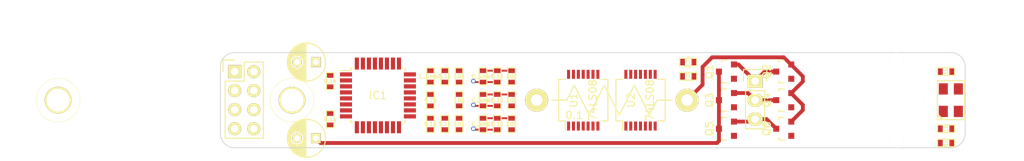
<source format=kicad_pcb>
(kicad_pcb (version 4) (host pcbnew "(2015-03-21 BZR 5528)-product")

  (general
    (links 100)
    (no_connects 79)
    (area 0 0 0 0)
    (thickness 1.6)
    (drawings 12)
    (tracks 49)
    (zones 0)
    (modules 45)
    (nets 44)
  )

  (page A4)
  (layers
    (0 F.Cu signal)
    (31 B.Cu signal)
    (32 B.Adhes user)
    (33 F.Adhes user)
    (34 B.Paste user)
    (35 F.Paste user)
    (36 B.SilkS user)
    (37 F.SilkS user)
    (38 B.Mask user)
    (39 F.Mask user)
    (40 Dwgs.User user)
    (41 Cmts.User user)
    (42 Eco1.User user)
    (43 Eco2.User user)
    (44 Edge.Cuts user)
    (45 Margin user)
    (46 B.CrtYd user)
    (47 F.CrtYd user)
    (48 B.Fab user)
    (49 F.Fab user)
  )

  (setup
    (last_trace_width 0.508)
    (user_trace_width 0.254)
    (user_trace_width 0.508)
    (trace_clearance 0.2)
    (zone_clearance 0.508)
    (zone_45_only no)
    (trace_min 0.2)
    (segment_width 0.2)
    (edge_width 0.1)
    (via_size 0.6)
    (via_drill 0.4)
    (via_min_size 0.4)
    (via_min_drill 0.3)
    (uvia_size 0.3)
    (uvia_drill 0.1)
    (uvias_allowed no)
    (uvia_min_size 0.2)
    (uvia_min_drill 0.1)
    (pcb_text_width 0.3)
    (pcb_text_size 1.5 1.5)
    (mod_edge_width 0.15)
    (mod_text_size 1 1)
    (mod_text_width 0.15)
    (pad_size 1.5 1.5)
    (pad_drill 0.6)
    (pad_to_mask_clearance 0)
    (aux_axis_origin 0 0)
    (visible_elements FFFFFF7F)
    (pcbplotparams
      (layerselection 0x00030_80000001)
      (usegerberextensions false)
      (excludeedgelayer true)
      (linewidth 0.100000)
      (plotframeref false)
      (viasonmask false)
      (mode 1)
      (useauxorigin false)
      (hpglpennumber 1)
      (hpglpenspeed 20)
      (hpglpendiameter 15)
      (hpglpenoverlay 2)
      (psnegative false)
      (psa4output false)
      (plotreference true)
      (plotvalue true)
      (plotinvisibletext false)
      (padsonsilk false)
      (subtractmaskfromsilk false)
      (outputformat 1)
      (mirror false)
      (drillshape 1)
      (scaleselection 1)
      (outputdirectory ""))
  )

  (net 0 "")
  (net 1 +BATT)
  (net 2 GND)
  (net 3 "Net-(C3-Pad1)")
  (net 4 "Net-(C4-Pad1)")
  (net 5 +3V3)
  (net 6 /BATT_REF)
  (net 7 /U_REF)
  (net 8 /V_REF)
  (net 9 /SHUNT_REF)
  (net 10 /W_REF)
  (net 11 "Net-(D1-Pad2)")
  (net 12 "Net-(D1-Pad4)")
  (net 13 "Net-(D1-Pad3)")
  (net 14 /VL_EN)
  (net 15 "Net-(IC1-Pad2)")
  (net 16 /LED_G)
  (net 17 "Net-(IC1-Pad8)")
  (net 18 /PWM_OUT)
  (net 19 /WH_EN)
  (net 20 /WL_EN)
  (net 21 /LED_R)
  (net 22 /SEL)
  (net 23 /MOSI)
  (net 24 /MISO)
  (net 25 /SCLK)
  (net 26 "Net-(IC1-Pad19)")
  (net 27 "Net-(IC1-Pad22)")
  (net 28 "Net-(IC1-Pad27)")
  (net 29 /RESET)
  (net 30 /UH_EN)
  (net 31 /UL_EN)
  (net 32 /VH_EN)
  (net 33 /U)
  (net 34 /V)
  (net 35 /W)
  (net 36 /UH_PWM)
  (net 37 /UL_PWM)
  (net 38 "Net-(Q2-Pad2)")
  (net 39 /VH_PWM)
  (net 40 /VL_PWM)
  (net 41 /WH_PWM)
  (net 42 /WL_PWM)
  (net 43 /LED_B)

  (net_class Default "This is the default net class."
    (clearance 0.2)
    (trace_width 0.25)
    (via_dia 0.6)
    (via_drill 0.4)
    (uvia_dia 0.3)
    (uvia_drill 0.1)
    (add_net +3V3)
    (add_net +BATT)
    (add_net /BATT_REF)
    (add_net /LED_B)
    (add_net /LED_G)
    (add_net /LED_R)
    (add_net /MISO)
    (add_net /MOSI)
    (add_net /PWM_OUT)
    (add_net /RESET)
    (add_net /SCLK)
    (add_net /SEL)
    (add_net /SHUNT_REF)
    (add_net /U)
    (add_net /UH_EN)
    (add_net /UH_PWM)
    (add_net /UL_EN)
    (add_net /UL_PWM)
    (add_net /U_REF)
    (add_net /V)
    (add_net /VH_EN)
    (add_net /VH_PWM)
    (add_net /VL_EN)
    (add_net /VL_PWM)
    (add_net /V_REF)
    (add_net /W)
    (add_net /WH_EN)
    (add_net /WH_PWM)
    (add_net /WL_EN)
    (add_net /WL_PWM)
    (add_net /W_REF)
    (add_net GND)
    (add_net "Net-(C3-Pad1)")
    (add_net "Net-(C4-Pad1)")
    (add_net "Net-(D1-Pad2)")
    (add_net "Net-(D1-Pad3)")
    (add_net "Net-(D1-Pad4)")
    (add_net "Net-(IC1-Pad19)")
    (add_net "Net-(IC1-Pad2)")
    (add_net "Net-(IC1-Pad22)")
    (add_net "Net-(IC1-Pad27)")
    (add_net "Net-(IC1-Pad8)")
    (add_net "Net-(Q2-Pad2)")
  )

  (module Connect:1pin (layer F.Cu) (tedit 55AF15D2) (tstamp 55AF16E5)
    (at 266.446 96.266)
    (descr "module 1 pin (ou trou mecanique de percage)")
    (tags DEV)
    (fp_text reference REF** (at 0 -3.048) (layer F.SilkS) hide
      (effects (font (size 1 1) (thickness 0.15)))
    )
    (fp_text value 1pin (at 0 2.794) (layer F.SilkS) hide
      (effects (font (size 1 1) (thickness 0.15)))
    )
    (pad "" np_thru_hole circle (at 0 0) (size 2 2) (drill 2) (layers *.Cu *.Mask F.SilkS))
  )

  (module Connect:1pin (layer F.Cu) (tedit 55AF15D2) (tstamp 55AF16DB)
    (at 266.446 106.934)
    (descr "module 1 pin (ou trou mecanique de percage)")
    (tags DEV)
    (fp_text reference REF** (at 0 -3.048) (layer F.SilkS) hide
      (effects (font (size 1 1) (thickness 0.15)))
    )
    (fp_text value 1pin (at 0 2.794) (layer F.SilkS) hide
      (effects (font (size 1 1) (thickness 0.15)))
    )
    (pad "" np_thru_hole circle (at 0 0) (size 2 2) (drill 2) (layers *.Cu *.Mask F.SilkS))
  )

  (module Connect:1pin (layer F.Cu) (tedit 55AF15D2) (tstamp 55AF16C6)
    (at 256.159 101.6)
    (descr "module 1 pin (ou trou mecanique de percage)")
    (tags DEV)
    (fp_text reference REF** (at 0 -3.048) (layer F.SilkS) hide
      (effects (font (size 1 1) (thickness 0.15)))
    )
    (fp_text value 1pin (at 0 2.794) (layer F.SilkS) hide
      (effects (font (size 1 1) (thickness 0.15)))
    )
    (pad "" np_thru_hole circle (at 0 0) (size 2 2) (drill 2) (layers *.Cu *.Mask F.SilkS))
  )

  (module Connect:1pin (layer F.Cu) (tedit 55AF15D2) (tstamp 55AF162F)
    (at 269.113 101.6)
    (descr "module 1 pin (ou trou mecanique de percage)")
    (tags DEV)
    (fp_text reference REF** (at 0 -3.048) (layer F.SilkS) hide
      (effects (font (size 1 1) (thickness 0.15)))
    )
    (fp_text value 1pin (at 0 2.794) (layer F.SilkS) hide
      (effects (font (size 1 1) (thickness 0.15)))
    )
    (pad "" np_thru_hole circle (at 0 0) (size 2 2) (drill 2) (layers *.Cu *.Mask F.SilkS))
  )

  (module Capacitors_ThroughHole:C_Radial_D5_L6_P2.5 (layer F.Cu) (tedit 55AF13E1) (tstamp 55AF05C0)
    (at 189.23 96.52 180)
    (descr "Radial Electrolytic Capacitor Diameter 5mm x Length 6mm, Pitch 2.5mm")
    (tags "Electrolytic Capacitor")
    (path /55AF196D)
    (fp_text reference C1 (at 1.25 -3.8 180) (layer F.SilkS) hide
      (effects (font (size 1 1) (thickness 0.15)))
    )
    (fp_text value C (at 1.25 3.8 180) (layer F.SilkS) hide
      (effects (font (size 1 1) (thickness 0.15)))
    )
    (fp_line (start 1.325 -2.499) (end 1.325 2.499) (layer F.SilkS) (width 0.15))
    (fp_line (start 1.465 -2.491) (end 1.465 2.491) (layer F.SilkS) (width 0.15))
    (fp_line (start 1.605 -2.475) (end 1.605 -0.095) (layer F.SilkS) (width 0.15))
    (fp_line (start 1.605 0.095) (end 1.605 2.475) (layer F.SilkS) (width 0.15))
    (fp_line (start 1.745 -2.451) (end 1.745 -0.49) (layer F.SilkS) (width 0.15))
    (fp_line (start 1.745 0.49) (end 1.745 2.451) (layer F.SilkS) (width 0.15))
    (fp_line (start 1.885 -2.418) (end 1.885 -0.657) (layer F.SilkS) (width 0.15))
    (fp_line (start 1.885 0.657) (end 1.885 2.418) (layer F.SilkS) (width 0.15))
    (fp_line (start 2.025 -2.377) (end 2.025 -0.764) (layer F.SilkS) (width 0.15))
    (fp_line (start 2.025 0.764) (end 2.025 2.377) (layer F.SilkS) (width 0.15))
    (fp_line (start 2.165 -2.327) (end 2.165 -0.835) (layer F.SilkS) (width 0.15))
    (fp_line (start 2.165 0.835) (end 2.165 2.327) (layer F.SilkS) (width 0.15))
    (fp_line (start 2.305 -2.266) (end 2.305 -0.879) (layer F.SilkS) (width 0.15))
    (fp_line (start 2.305 0.879) (end 2.305 2.266) (layer F.SilkS) (width 0.15))
    (fp_line (start 2.445 -2.196) (end 2.445 -0.898) (layer F.SilkS) (width 0.15))
    (fp_line (start 2.445 0.898) (end 2.445 2.196) (layer F.SilkS) (width 0.15))
    (fp_line (start 2.585 -2.114) (end 2.585 -0.896) (layer F.SilkS) (width 0.15))
    (fp_line (start 2.585 0.896) (end 2.585 2.114) (layer F.SilkS) (width 0.15))
    (fp_line (start 2.725 -2.019) (end 2.725 -0.871) (layer F.SilkS) (width 0.15))
    (fp_line (start 2.725 0.871) (end 2.725 2.019) (layer F.SilkS) (width 0.15))
    (fp_line (start 2.865 -1.908) (end 2.865 -0.823) (layer F.SilkS) (width 0.15))
    (fp_line (start 2.865 0.823) (end 2.865 1.908) (layer F.SilkS) (width 0.15))
    (fp_line (start 3.005 -1.78) (end 3.005 -0.745) (layer F.SilkS) (width 0.15))
    (fp_line (start 3.005 0.745) (end 3.005 1.78) (layer F.SilkS) (width 0.15))
    (fp_line (start 3.145 -1.631) (end 3.145 -0.628) (layer F.SilkS) (width 0.15))
    (fp_line (start 3.145 0.628) (end 3.145 1.631) (layer F.SilkS) (width 0.15))
    (fp_line (start 3.285 -1.452) (end 3.285 -0.44) (layer F.SilkS) (width 0.15))
    (fp_line (start 3.285 0.44) (end 3.285 1.452) (layer F.SilkS) (width 0.15))
    (fp_line (start 3.425 -1.233) (end 3.425 1.233) (layer F.SilkS) (width 0.15))
    (fp_line (start 3.565 -0.944) (end 3.565 0.944) (layer F.SilkS) (width 0.15))
    (fp_line (start 3.705 -0.472) (end 3.705 0.472) (layer F.SilkS) (width 0.15))
    (fp_circle (center 2.5 0) (end 2.5 -0.9) (layer F.SilkS) (width 0.15))
    (fp_circle (center 1.25 0) (end 1.25 -2.5375) (layer F.SilkS) (width 0.15))
    (fp_circle (center 1.25 0) (end 1.25 -2.8) (layer F.CrtYd) (width 0.05))
    (pad 1 thru_hole rect (at 0 0 180) (size 1.3 1.3) (drill 0.8) (layers *.Cu *.Mask F.SilkS)
      (net 1 +BATT))
    (pad 2 thru_hole circle (at 2.5 0 180) (size 1.3 1.3) (drill 0.8) (layers *.Cu *.Mask F.SilkS)
      (net 2 GND))
    (model Capacitors_ThroughHole.3dshapes/C_Radial_D5_L6_P2.5.wrl
      (at (xyz 0.0492126 0 0))
      (scale (xyz 1 1 1))
      (rotate (xyz 0 0 90))
    )
  )

  (module Capacitors_ThroughHole:C_Radial_D5_L6_P2.5 (layer F.Cu) (tedit 55AF13EA) (tstamp 55AF05C6)
    (at 189.23 106.68 180)
    (descr "Radial Electrolytic Capacitor Diameter 5mm x Length 6mm, Pitch 2.5mm")
    (tags "Electrolytic Capacitor")
    (path /55AF181D)
    (fp_text reference C2 (at 0.635 -4.445 180) (layer F.SilkS) hide
      (effects (font (size 1 1) (thickness 0.15)))
    )
    (fp_text value 220u (at 1.25 3.8 180) (layer F.SilkS) hide
      (effects (font (size 1 1) (thickness 0.15)))
    )
    (fp_line (start 1.325 -2.499) (end 1.325 2.499) (layer F.SilkS) (width 0.15))
    (fp_line (start 1.465 -2.491) (end 1.465 2.491) (layer F.SilkS) (width 0.15))
    (fp_line (start 1.605 -2.475) (end 1.605 -0.095) (layer F.SilkS) (width 0.15))
    (fp_line (start 1.605 0.095) (end 1.605 2.475) (layer F.SilkS) (width 0.15))
    (fp_line (start 1.745 -2.451) (end 1.745 -0.49) (layer F.SilkS) (width 0.15))
    (fp_line (start 1.745 0.49) (end 1.745 2.451) (layer F.SilkS) (width 0.15))
    (fp_line (start 1.885 -2.418) (end 1.885 -0.657) (layer F.SilkS) (width 0.15))
    (fp_line (start 1.885 0.657) (end 1.885 2.418) (layer F.SilkS) (width 0.15))
    (fp_line (start 2.025 -2.377) (end 2.025 -0.764) (layer F.SilkS) (width 0.15))
    (fp_line (start 2.025 0.764) (end 2.025 2.377) (layer F.SilkS) (width 0.15))
    (fp_line (start 2.165 -2.327) (end 2.165 -0.835) (layer F.SilkS) (width 0.15))
    (fp_line (start 2.165 0.835) (end 2.165 2.327) (layer F.SilkS) (width 0.15))
    (fp_line (start 2.305 -2.266) (end 2.305 -0.879) (layer F.SilkS) (width 0.15))
    (fp_line (start 2.305 0.879) (end 2.305 2.266) (layer F.SilkS) (width 0.15))
    (fp_line (start 2.445 -2.196) (end 2.445 -0.898) (layer F.SilkS) (width 0.15))
    (fp_line (start 2.445 0.898) (end 2.445 2.196) (layer F.SilkS) (width 0.15))
    (fp_line (start 2.585 -2.114) (end 2.585 -0.896) (layer F.SilkS) (width 0.15))
    (fp_line (start 2.585 0.896) (end 2.585 2.114) (layer F.SilkS) (width 0.15))
    (fp_line (start 2.725 -2.019) (end 2.725 -0.871) (layer F.SilkS) (width 0.15))
    (fp_line (start 2.725 0.871) (end 2.725 2.019) (layer F.SilkS) (width 0.15))
    (fp_line (start 2.865 -1.908) (end 2.865 -0.823) (layer F.SilkS) (width 0.15))
    (fp_line (start 2.865 0.823) (end 2.865 1.908) (layer F.SilkS) (width 0.15))
    (fp_line (start 3.005 -1.78) (end 3.005 -0.745) (layer F.SilkS) (width 0.15))
    (fp_line (start 3.005 0.745) (end 3.005 1.78) (layer F.SilkS) (width 0.15))
    (fp_line (start 3.145 -1.631) (end 3.145 -0.628) (layer F.SilkS) (width 0.15))
    (fp_line (start 3.145 0.628) (end 3.145 1.631) (layer F.SilkS) (width 0.15))
    (fp_line (start 3.285 -1.452) (end 3.285 -0.44) (layer F.SilkS) (width 0.15))
    (fp_line (start 3.285 0.44) (end 3.285 1.452) (layer F.SilkS) (width 0.15))
    (fp_line (start 3.425 -1.233) (end 3.425 1.233) (layer F.SilkS) (width 0.15))
    (fp_line (start 3.565 -0.944) (end 3.565 0.944) (layer F.SilkS) (width 0.15))
    (fp_line (start 3.705 -0.472) (end 3.705 0.472) (layer F.SilkS) (width 0.15))
    (fp_circle (center 2.5 0) (end 2.5 -0.9) (layer F.SilkS) (width 0.15))
    (fp_circle (center 1.25 0) (end 1.25 -2.5375) (layer F.SilkS) (width 0.15))
    (fp_circle (center 1.25 0) (end 1.25 -2.8) (layer F.CrtYd) (width 0.05))
    (pad 1 thru_hole rect (at 0 0 180) (size 1.3 1.3) (drill 0.8) (layers *.Cu *.Mask F.SilkS)
      (net 1 +BATT))
    (pad 2 thru_hole circle (at 2.5 0 180) (size 1.3 1.3) (drill 0.8) (layers *.Cu *.Mask F.SilkS)
      (net 2 GND))
    (model Capacitors_ThroughHole.3dshapes/C_Radial_D5_L6_P2.5.wrl
      (at (xyz 0.0492126 0 0))
      (scale (xyz 1 1 1))
      (rotate (xyz 0 0 90))
    )
  )

  (module custom:SM0603_VALUE (layer F.Cu) (tedit 558850BC) (tstamp 55AF05CC)
    (at 204.47 101.6 90)
    (path /55AF5470)
    (attr smd)
    (fp_text reference C3 (at 0 0 90) (layer F.SilkS) hide
      (effects (font (size 0.508 0.508) (thickness 0.1143)))
    )
    (fp_text value 4.7n (at 0 0 180) (layer F.SilkS)
      (effects (font (size 0.508 0.508) (thickness 0.1143)))
    )
    (fp_line (start -1.143 -0.508) (end -1.143 0.508) (layer F.SilkS) (width 0.1524))
    (fp_line (start -1.143 0.508) (end 1.143 0.508) (layer F.SilkS) (width 0.1524))
    (fp_line (start 1.143 0.508) (end 1.143 -0.508) (layer F.SilkS) (width 0.1524))
    (fp_line (start 1.143 -0.508) (end -1.143 -0.508) (layer F.SilkS) (width 0.1524))
    (pad 1 smd rect (at -0.762 0 90) (size 0.635 0.889) (layers F.Cu F.Paste F.Mask)
      (net 3 "Net-(C3-Pad1)"))
    (pad 2 smd rect (at 0.762 0 90) (size 0.635 0.889) (layers F.Cu F.Paste F.Mask)
      (net 2 GND))
    (model smd\resistors\R0603.wrl
      (at (xyz 0 0 0.001))
      (scale (xyz 0.5 0.5 0.5))
      (rotate (xyz 0 0 0))
    )
  )

  (module custom:SM0603_VALUE (layer F.Cu) (tedit 558850BC) (tstamp 55AF05D2)
    (at 191.135 99.06 90)
    (path /55AEC310)
    (attr smd)
    (fp_text reference C4 (at 0 0 90) (layer F.SilkS) hide
      (effects (font (size 0.508 0.508) (thickness 0.1143)))
    )
    (fp_text value 0.1u (at 0 0 180) (layer F.SilkS)
      (effects (font (size 0.508 0.508) (thickness 0.1143)))
    )
    (fp_line (start -1.143 -0.508) (end -1.143 0.508) (layer F.SilkS) (width 0.1524))
    (fp_line (start -1.143 0.508) (end 1.143 0.508) (layer F.SilkS) (width 0.1524))
    (fp_line (start 1.143 0.508) (end 1.143 -0.508) (layer F.SilkS) (width 0.1524))
    (fp_line (start 1.143 -0.508) (end -1.143 -0.508) (layer F.SilkS) (width 0.1524))
    (pad 1 smd rect (at -0.762 0 90) (size 0.635 0.889) (layers F.Cu F.Paste F.Mask)
      (net 4 "Net-(C4-Pad1)"))
    (pad 2 smd rect (at 0.762 0 90) (size 0.635 0.889) (layers F.Cu F.Paste F.Mask)
      (net 5 +3V3))
    (model smd\resistors\R0603.wrl
      (at (xyz 0 0 0.001))
      (scale (xyz 0.5 0.5 0.5))
      (rotate (xyz 0 0 0))
    )
  )

  (module custom:SM0603_VALUE (layer F.Cu) (tedit 558850BC) (tstamp 55AF05D8)
    (at 204.47 104.775 90)
    (path /55AEC36D)
    (attr smd)
    (fp_text reference C5 (at 0 0 90) (layer F.SilkS) hide
      (effects (font (size 0.508 0.508) (thickness 0.1143)))
    )
    (fp_text value 0.1u (at 0 0 180) (layer F.SilkS)
      (effects (font (size 0.508 0.508) (thickness 0.1143)))
    )
    (fp_line (start -1.143 -0.508) (end -1.143 0.508) (layer F.SilkS) (width 0.1524))
    (fp_line (start -1.143 0.508) (end 1.143 0.508) (layer F.SilkS) (width 0.1524))
    (fp_line (start 1.143 0.508) (end 1.143 -0.508) (layer F.SilkS) (width 0.1524))
    (fp_line (start 1.143 -0.508) (end -1.143 -0.508) (layer F.SilkS) (width 0.1524))
    (pad 1 smd rect (at -0.762 0 90) (size 0.635 0.889) (layers F.Cu F.Paste F.Mask)
      (net 4 "Net-(C4-Pad1)"))
    (pad 2 smd rect (at 0.762 0 90) (size 0.635 0.889) (layers F.Cu F.Paste F.Mask)
      (net 5 +3V3))
    (model smd\resistors\R0603.wrl
      (at (xyz 0 0 0.001))
      (scale (xyz 0.5 0.5 0.5))
      (rotate (xyz 0 0 0))
    )
  )

  (module custom:SM0603_VALUE (layer F.Cu) (tedit 558850BC) (tstamp 55AF05DE)
    (at 191.135 104.14 270)
    (path /55AEC390)
    (attr smd)
    (fp_text reference C6 (at 0 0 270) (layer F.SilkS) hide
      (effects (font (size 0.508 0.508) (thickness 0.1143)))
    )
    (fp_text value 0.1u (at 0 0 360) (layer F.SilkS)
      (effects (font (size 0.508 0.508) (thickness 0.1143)))
    )
    (fp_line (start -1.143 -0.508) (end -1.143 0.508) (layer F.SilkS) (width 0.1524))
    (fp_line (start -1.143 0.508) (end 1.143 0.508) (layer F.SilkS) (width 0.1524))
    (fp_line (start 1.143 0.508) (end 1.143 -0.508) (layer F.SilkS) (width 0.1524))
    (fp_line (start 1.143 -0.508) (end -1.143 -0.508) (layer F.SilkS) (width 0.1524))
    (pad 1 smd rect (at -0.762 0 270) (size 0.635 0.889) (layers F.Cu F.Paste F.Mask)
      (net 4 "Net-(C4-Pad1)"))
    (pad 2 smd rect (at 0.762 0 270) (size 0.635 0.889) (layers F.Cu F.Paste F.Mask)
      (net 5 +3V3))
    (model smd\resistors\R0603.wrl
      (at (xyz 0 0 0.001))
      (scale (xyz 0.5 0.5 0.5))
      (rotate (xyz 0 0 0))
    )
  )

  (module custom:SM0603_VALUE (layer F.Cu) (tedit 558850BC) (tstamp 55AF05E4)
    (at 204.47 98.425 270)
    (path /55AF0CE8)
    (attr smd)
    (fp_text reference C7 (at 0 0 270) (layer F.SilkS) hide
      (effects (font (size 0.508 0.508) (thickness 0.1143)))
    )
    (fp_text value C_Small (at 0 0 360) (layer F.SilkS)
      (effects (font (size 0.508 0.508) (thickness 0.1143)))
    )
    (fp_line (start -1.143 -0.508) (end -1.143 0.508) (layer F.SilkS) (width 0.1524))
    (fp_line (start -1.143 0.508) (end 1.143 0.508) (layer F.SilkS) (width 0.1524))
    (fp_line (start 1.143 0.508) (end 1.143 -0.508) (layer F.SilkS) (width 0.1524))
    (fp_line (start 1.143 -0.508) (end -1.143 -0.508) (layer F.SilkS) (width 0.1524))
    (pad 1 smd rect (at -0.762 0 270) (size 0.635 0.889) (layers F.Cu F.Paste F.Mask)
      (net 6 /BATT_REF))
    (pad 2 smd rect (at 0.762 0 270) (size 0.635 0.889) (layers F.Cu F.Paste F.Mask)
      (net 2 GND))
    (model smd\resistors\R0603.wrl
      (at (xyz 0 0 0.001))
      (scale (xyz 0.5 0.5 0.5))
      (rotate (xyz 0 0 0))
    )
  )

  (module custom:SM0603_VALUE (layer F.Cu) (tedit 558850BC) (tstamp 55AF05EA)
    (at 211.455 98.425 270)
    (path /55AEEA28)
    (attr smd)
    (fp_text reference C8 (at 0 0 270) (layer F.SilkS) hide
      (effects (font (size 0.508 0.508) (thickness 0.1143)))
    )
    (fp_text value C_Small (at 0 0 360) (layer F.SilkS)
      (effects (font (size 0.508 0.508) (thickness 0.1143)))
    )
    (fp_line (start -1.143 -0.508) (end -1.143 0.508) (layer F.SilkS) (width 0.1524))
    (fp_line (start -1.143 0.508) (end 1.143 0.508) (layer F.SilkS) (width 0.1524))
    (fp_line (start 1.143 0.508) (end 1.143 -0.508) (layer F.SilkS) (width 0.1524))
    (fp_line (start 1.143 -0.508) (end -1.143 -0.508) (layer F.SilkS) (width 0.1524))
    (pad 1 smd rect (at -0.762 0 270) (size 0.635 0.889) (layers F.Cu F.Paste F.Mask)
      (net 7 /U_REF))
    (pad 2 smd rect (at 0.762 0 270) (size 0.635 0.889) (layers F.Cu F.Paste F.Mask)
      (net 2 GND))
    (model smd\resistors\R0603.wrl
      (at (xyz 0 0 0.001))
      (scale (xyz 0.5 0.5 0.5))
      (rotate (xyz 0 0 0))
    )
  )

  (module custom:SM0603_VALUE (layer F.Cu) (tedit 558850BC) (tstamp 55AF05F0)
    (at 211.455 101.6 270)
    (path /55AEE48E)
    (attr smd)
    (fp_text reference C9 (at 0 0 270) (layer F.SilkS) hide
      (effects (font (size 0.508 0.508) (thickness 0.1143)))
    )
    (fp_text value C_Small (at 0 0 360) (layer F.SilkS)
      (effects (font (size 0.508 0.508) (thickness 0.1143)))
    )
    (fp_line (start -1.143 -0.508) (end -1.143 0.508) (layer F.SilkS) (width 0.1524))
    (fp_line (start -1.143 0.508) (end 1.143 0.508) (layer F.SilkS) (width 0.1524))
    (fp_line (start 1.143 0.508) (end 1.143 -0.508) (layer F.SilkS) (width 0.1524))
    (fp_line (start 1.143 -0.508) (end -1.143 -0.508) (layer F.SilkS) (width 0.1524))
    (pad 1 smd rect (at -0.762 0 270) (size 0.635 0.889) (layers F.Cu F.Paste F.Mask)
      (net 8 /V_REF))
    (pad 2 smd rect (at 0.762 0 270) (size 0.635 0.889) (layers F.Cu F.Paste F.Mask)
      (net 2 GND))
    (model smd\resistors\R0603.wrl
      (at (xyz 0 0 0.001))
      (scale (xyz 0.5 0.5 0.5))
      (rotate (xyz 0 0 0))
    )
  )

  (module custom:SM0603_VALUE (layer F.Cu) (tedit 558850BC) (tstamp 55AF05F6)
    (at 238.76 96.52)
    (path /55AF3C88)
    (attr smd)
    (fp_text reference C10 (at 0 0) (layer F.SilkS) hide
      (effects (font (size 0.508 0.508) (thickness 0.1143)))
    )
    (fp_text value 2.2n (at 0 0 90) (layer F.SilkS)
      (effects (font (size 0.508 0.508) (thickness 0.1143)))
    )
    (fp_line (start -1.143 -0.508) (end -1.143 0.508) (layer F.SilkS) (width 0.1524))
    (fp_line (start -1.143 0.508) (end 1.143 0.508) (layer F.SilkS) (width 0.1524))
    (fp_line (start 1.143 0.508) (end 1.143 -0.508) (layer F.SilkS) (width 0.1524))
    (fp_line (start 1.143 -0.508) (end -1.143 -0.508) (layer F.SilkS) (width 0.1524))
    (pad 1 smd rect (at -0.762 0) (size 0.635 0.889) (layers F.Cu F.Paste F.Mask)
      (net 9 /SHUNT_REF))
    (pad 2 smd rect (at 0.762 0) (size 0.635 0.889) (layers F.Cu F.Paste F.Mask)
      (net 2 GND))
    (model smd\resistors\R0603.wrl
      (at (xyz 0 0 0.001))
      (scale (xyz 0.5 0.5 0.5))
      (rotate (xyz 0 0 0))
    )
  )

  (module custom:SM0603_VALUE (layer F.Cu) (tedit 558850BC) (tstamp 55AF05FC)
    (at 211.455 104.775 270)
    (path /55AEE9A5)
    (attr smd)
    (fp_text reference C11 (at 0 0 270) (layer F.SilkS) hide
      (effects (font (size 0.508 0.508) (thickness 0.1143)))
    )
    (fp_text value C_Small (at 0 0 360) (layer F.SilkS)
      (effects (font (size 0.508 0.508) (thickness 0.1143)))
    )
    (fp_line (start -1.143 -0.508) (end -1.143 0.508) (layer F.SilkS) (width 0.1524))
    (fp_line (start -1.143 0.508) (end 1.143 0.508) (layer F.SilkS) (width 0.1524))
    (fp_line (start 1.143 0.508) (end 1.143 -0.508) (layer F.SilkS) (width 0.1524))
    (fp_line (start 1.143 -0.508) (end -1.143 -0.508) (layer F.SilkS) (width 0.1524))
    (pad 1 smd rect (at -0.762 0 270) (size 0.635 0.889) (layers F.Cu F.Paste F.Mask)
      (net 10 /W_REF))
    (pad 2 smd rect (at 0.762 0 270) (size 0.635 0.889) (layers F.Cu F.Paste F.Mask)
      (net 2 GND))
    (model smd\resistors\R0603.wrl
      (at (xyz 0 0 0.001))
      (scale (xyz 0.5 0.5 0.5))
      (rotate (xyz 0 0 0))
    )
  )

  (module custom:LED_RGB_4-PLCC_ALT1 (layer F.Cu) (tedit 54AC9F37) (tstamp 55AF0604)
    (at 273.685 101.6 90)
    (path /55AF84CD)
    (fp_text reference D1 (at 0 2.54 90) (layer F.SilkS) hide
      (effects (font (size 1 1) (thickness 0.15)))
    )
    (fp_text value RGB_LED_COMMON_ANODE_ALT1 (at 0 -2.54 90) (layer F.SilkS) hide
      (effects (font (size 1 1) (thickness 0.15)))
    )
    (fp_line (start -2.6 -1) (end -1.8 -1.8) (layer F.SilkS) (width 0.15))
    (fp_line (start -2 -1.8) (end -2.6 -1.2) (layer F.SilkS) (width 0.15))
    (fp_line (start 2.6 -1.8) (end 2.6 1.8) (layer F.SilkS) (width 0.15))
    (fp_line (start 2.6 1.8) (end -2.6 1.8) (layer F.SilkS) (width 0.15))
    (fp_line (start -2.6 1.8) (end -2.6 -1.8) (layer F.SilkS) (width 0.15))
    (fp_line (start -2.6 -1.8) (end 2.6 -1.8) (layer F.SilkS) (width 0.15))
    (pad 2 smd rect (at -1.5 -1 90) (size 1.5 1.2) (layers F.Cu F.Paste F.Mask)
      (net 11 "Net-(D1-Pad2)"))
    (pad 4 smd rect (at -1.5 1 90) (size 1.5 1.2) (layers F.Cu F.Paste F.Mask)
      (net 12 "Net-(D1-Pad4)"))
    (pad 3 smd rect (at 1.5 1 90) (size 1.5 1.2) (layers F.Cu F.Paste F.Mask)
      (net 13 "Net-(D1-Pad3)"))
    (pad 1 smd rect (at 1.5 -1 90) (size 1.5 1.2) (layers F.Cu F.Paste F.Mask)
      (net 5 +3V3))
  )

  (module Housings_QFP:TQFP-32_7x7mm_Pitch0.8mm (layer F.Cu) (tedit 55AF13E4) (tstamp 55AF0628)
    (at 197.485 100.965)
    (descr "32-Lead Plastic Thin Quad Flatpack (PT) - 7x7x1.0 mm Body, 2.00 mm [TQFP] (see Microchip Packaging Specification 00000049BS.pdf)")
    (tags "QFP 0.8")
    (path /55AE71A6)
    (attr smd)
    (fp_text reference IC1 (at 0 0) (layer F.SilkS)
      (effects (font (size 1 1) (thickness 0.15)))
    )
    (fp_text value ATMEGA48-A (at 0 6.05) (layer F.SilkS) hide
      (effects (font (size 1 1) (thickness 0.15)))
    )
    (fp_line (start -5.3 -5.3) (end -5.3 5.3) (layer F.CrtYd) (width 0.05))
    (fp_line (start 5.3 -5.3) (end 5.3 5.3) (layer F.CrtYd) (width 0.05))
    (fp_line (start -5.3 -5.3) (end 5.3 -5.3) (layer F.CrtYd) (width 0.05))
    (fp_line (start -5.3 5.3) (end 5.3 5.3) (layer F.CrtYd) (width 0.05))
    (fp_line (start -3.625 -3.625) (end -3.625 -3.3) (layer F.SilkS) (width 0.15))
    (fp_line (start 3.625 -3.625) (end 3.625 -3.3) (layer F.SilkS) (width 0.15))
    (fp_line (start 3.625 3.625) (end 3.625 3.3) (layer F.SilkS) (width 0.15))
    (fp_line (start -3.625 3.625) (end -3.625 3.3) (layer F.SilkS) (width 0.15))
    (fp_line (start -3.625 -3.625) (end -3.3 -3.625) (layer F.SilkS) (width 0.15))
    (fp_line (start -3.625 3.625) (end -3.3 3.625) (layer F.SilkS) (width 0.15))
    (fp_line (start 3.625 3.625) (end 3.3 3.625) (layer F.SilkS) (width 0.15))
    (fp_line (start 3.625 -3.625) (end 3.3 -3.625) (layer F.SilkS) (width 0.15))
    (fp_line (start -3.625 -3.3) (end -5.05 -3.3) (layer F.SilkS) (width 0.15))
    (pad 1 smd rect (at -4.25 -2.8) (size 1.6 0.55) (layers F.Cu F.Paste F.Mask)
      (net 14 /VL_EN))
    (pad 2 smd rect (at -4.25 -2) (size 1.6 0.55) (layers F.Cu F.Paste F.Mask)
      (net 15 "Net-(IC1-Pad2)"))
    (pad 3 smd rect (at -4.25 -1.2) (size 1.6 0.55) (layers F.Cu F.Paste F.Mask)
      (net 2 GND))
    (pad 4 smd rect (at -4.25 -0.4) (size 1.6 0.55) (layers F.Cu F.Paste F.Mask)
      (net 4 "Net-(C4-Pad1)"))
    (pad 5 smd rect (at -4.25 0.4) (size 1.6 0.55) (layers F.Cu F.Paste F.Mask)
      (net 2 GND))
    (pad 6 smd rect (at -4.25 1.2) (size 1.6 0.55) (layers F.Cu F.Paste F.Mask)
      (net 4 "Net-(C4-Pad1)"))
    (pad 7 smd rect (at -4.25 2) (size 1.6 0.55) (layers F.Cu F.Paste F.Mask)
      (net 16 /LED_G))
    (pad 8 smd rect (at -4.25 2.8) (size 1.6 0.55) (layers F.Cu F.Paste F.Mask)
      (net 17 "Net-(IC1-Pad8)"))
    (pad 9 smd rect (at -2.8 4.25 90) (size 1.6 0.55) (layers F.Cu F.Paste F.Mask)
      (net 18 /PWM_OUT))
    (pad 10 smd rect (at -2 4.25 90) (size 1.6 0.55) (layers F.Cu F.Paste F.Mask)
      (net 19 /WH_EN))
    (pad 11 smd rect (at -1.2 4.25 90) (size 1.6 0.55) (layers F.Cu F.Paste F.Mask)
      (net 20 /WL_EN))
    (pad 12 smd rect (at -0.4 4.25 90) (size 1.6 0.55) (layers F.Cu F.Paste F.Mask)
      (net 21 /LED_R))
    (pad 13 smd rect (at 0.4 4.25 90) (size 1.6 0.55) (layers F.Cu F.Paste F.Mask)
      (net 16 /LED_G))
    (pad 14 smd rect (at 1.2 4.25 90) (size 1.6 0.55) (layers F.Cu F.Paste F.Mask)
      (net 22 /SEL))
    (pad 15 smd rect (at 2 4.25 90) (size 1.6 0.55) (layers F.Cu F.Paste F.Mask)
      (net 23 /MOSI))
    (pad 16 smd rect (at 2.8 4.25 90) (size 1.6 0.55) (layers F.Cu F.Paste F.Mask)
      (net 24 /MISO))
    (pad 17 smd rect (at 4.25 2.8) (size 1.6 0.55) (layers F.Cu F.Paste F.Mask)
      (net 25 /SCLK))
    (pad 18 smd rect (at 4.25 2) (size 1.6 0.55) (layers F.Cu F.Paste F.Mask)
      (net 4 "Net-(C4-Pad1)"))
    (pad 19 smd rect (at 4.25 1.2) (size 1.6 0.55) (layers F.Cu F.Paste F.Mask)
      (net 26 "Net-(IC1-Pad19)"))
    (pad 20 smd rect (at 4.25 0.4) (size 1.6 0.55) (layers F.Cu F.Paste F.Mask)
      (net 3 "Net-(C3-Pad1)"))
    (pad 21 smd rect (at 4.25 -0.4) (size 1.6 0.55) (layers F.Cu F.Paste F.Mask)
      (net 2 GND))
    (pad 22 smd rect (at 4.25 -1.2) (size 1.6 0.55) (layers F.Cu F.Paste F.Mask)
      (net 27 "Net-(IC1-Pad22)"))
    (pad 23 smd rect (at 4.25 -2) (size 1.6 0.55) (layers F.Cu F.Paste F.Mask)
      (net 7 /U_REF))
    (pad 24 smd rect (at 4.25 -2.8) (size 1.6 0.55) (layers F.Cu F.Paste F.Mask)
      (net 8 /V_REF))
    (pad 25 smd rect (at 2.8 -4.25 90) (size 1.6 0.55) (layers F.Cu F.Paste F.Mask)
      (net 10 /W_REF))
    (pad 26 smd rect (at 2 -4.25 90) (size 1.6 0.55) (layers F.Cu F.Paste F.Mask)
      (net 9 /SHUNT_REF))
    (pad 27 smd rect (at 1.2 -4.25 90) (size 1.6 0.55) (layers F.Cu F.Paste F.Mask)
      (net 28 "Net-(IC1-Pad27)"))
    (pad 28 smd rect (at 0.4 -4.25 90) (size 1.6 0.55) (layers F.Cu F.Paste F.Mask)
      (net 6 /BATT_REF))
    (pad 29 smd rect (at -0.4 -4.25 90) (size 1.6 0.55) (layers F.Cu F.Paste F.Mask)
      (net 29 /RESET))
    (pad 30 smd rect (at -1.2 -4.25 90) (size 1.6 0.55) (layers F.Cu F.Paste F.Mask)
      (net 30 /UH_EN))
    (pad 31 smd rect (at -2 -4.25 90) (size 1.6 0.55) (layers F.Cu F.Paste F.Mask)
      (net 31 /UL_EN))
    (pad 32 smd rect (at -2.8 -4.25 90) (size 1.6 0.55) (layers F.Cu F.Paste F.Mask)
      (net 32 /VH_EN))
    (model Housings_QFP.3dshapes/TQFP-32_7x7mm_Pitch0.8mm.wrl
      (at (xyz 0 0 0))
      (scale (xyz 1 1 1))
      (rotate (xyz 0 0 0))
    )
  )

  (module Pin_Headers:Pin_Header_Straight_2x04 (layer F.Cu) (tedit 55AF074E) (tstamp 55AF0644)
    (at 178.435 97.79)
    (descr "Through hole pin header")
    (tags "pin header")
    (path /55AEF122)
    (fp_text reference P1 (at 0 -5.1) (layer F.SilkS) hide
      (effects (font (size 1 1) (thickness 0.15)))
    )
    (fp_text value INPUT (at 0 -3.1) (layer F.SilkS) hide
      (effects (font (size 1 1) (thickness 0.15)))
    )
    (fp_line (start -1.75 -1.75) (end -1.75 9.4) (layer F.CrtYd) (width 0.05))
    (fp_line (start 4.3 -1.75) (end 4.3 9.4) (layer F.CrtYd) (width 0.05))
    (fp_line (start -1.75 -1.75) (end 4.3 -1.75) (layer F.CrtYd) (width 0.05))
    (fp_line (start -1.75 9.4) (end 4.3 9.4) (layer F.CrtYd) (width 0.05))
    (fp_line (start -1.27 1.27) (end -1.27 8.89) (layer F.SilkS) (width 0.15))
    (fp_line (start -1.27 8.89) (end 3.81 8.89) (layer F.SilkS) (width 0.15))
    (fp_line (start 3.81 8.89) (end 3.81 -1.27) (layer F.SilkS) (width 0.15))
    (fp_line (start 3.81 -1.27) (end 1.27 -1.27) (layer F.SilkS) (width 0.15))
    (fp_line (start 0 -1.55) (end -1.55 -1.55) (layer F.SilkS) (width 0.15))
    (fp_line (start 1.27 -1.27) (end 1.27 1.27) (layer F.SilkS) (width 0.15))
    (fp_line (start 1.27 1.27) (end -1.27 1.27) (layer F.SilkS) (width 0.15))
    (fp_line (start -1.55 -1.55) (end -1.55 0) (layer F.SilkS) (width 0.15))
    (pad 1 thru_hole rect (at 0 0) (size 1.7272 1.7272) (drill 1.016) (layers *.Cu *.Mask F.SilkS)
      (net 24 /MISO))
    (pad 2 thru_hole oval (at 2.54 0) (size 1.7272 1.7272) (drill 1.016) (layers *.Cu *.Mask F.SilkS)
      (net 5 +3V3))
    (pad 3 thru_hole oval (at 0 2.54) (size 1.7272 1.7272) (drill 1.016) (layers *.Cu *.Mask F.SilkS)
      (net 25 /SCLK))
    (pad 4 thru_hole oval (at 2.54 2.54) (size 1.7272 1.7272) (drill 1.016) (layers *.Cu *.Mask F.SilkS)
      (net 23 /MOSI))
    (pad 5 thru_hole oval (at 0 5.08) (size 1.7272 1.7272) (drill 1.016) (layers *.Cu *.Mask F.SilkS)
      (net 29 /RESET))
    (pad 6 thru_hole oval (at 2.54 5.08) (size 1.7272 1.7272) (drill 1.016) (layers *.Cu *.Mask F.SilkS)
      (net 2 GND))
    (pad 7 thru_hole oval (at 0 7.62) (size 1.7272 1.7272) (drill 1.016) (layers *.Cu *.Mask F.SilkS)
      (net 22 /SEL))
    (pad 8 thru_hole oval (at 2.54 7.62) (size 1.7272 1.7272) (drill 1.016) (layers *.Cu *.Mask F.SilkS)
      (net 1 +BATT))
    (model Pin_Headers.3dshapes/Pin_Header_Straight_2x04.wrl
      (at (xyz 0.05 -0.15 0))
      (scale (xyz 1 1 1))
      (rotate (xyz 0 0 90))
    )
  )

  (module Pin_Headers:Pin_Header_Straight_1x03 (layer F.Cu) (tedit 55AF0720) (tstamp 55AF064B)
    (at 247.65 99.06)
    (descr "Through hole pin header")
    (tags "pin header")
    (path /55AF6897)
    (fp_text reference P2 (at 0 -2.54) (layer F.SilkS) hide
      (effects (font (size 1 1) (thickness 0.15)))
    )
    (fp_text value OUTPUT (at 0 -3.1) (layer F.SilkS) hide
      (effects (font (size 1 1) (thickness 0.15)))
    )
    (fp_line (start -1.75 -1.75) (end -1.75 6.85) (layer F.CrtYd) (width 0.05))
    (fp_line (start 1.75 -1.75) (end 1.75 6.85) (layer F.CrtYd) (width 0.05))
    (fp_line (start -1.75 -1.75) (end 1.75 -1.75) (layer F.CrtYd) (width 0.05))
    (fp_line (start -1.75 6.85) (end 1.75 6.85) (layer F.CrtYd) (width 0.05))
    (fp_line (start -1.27 1.27) (end -1.27 6.35) (layer F.SilkS) (width 0.15))
    (fp_line (start -1.27 6.35) (end 1.27 6.35) (layer F.SilkS) (width 0.15))
    (fp_line (start 1.27 6.35) (end 1.27 1.27) (layer F.SilkS) (width 0.15))
    (fp_line (start 1.55 -1.55) (end 1.55 0) (layer F.SilkS) (width 0.15))
    (fp_line (start 1.27 1.27) (end -1.27 1.27) (layer F.SilkS) (width 0.15))
    (fp_line (start -1.55 0) (end -1.55 -1.55) (layer F.SilkS) (width 0.15))
    (fp_line (start -1.55 -1.55) (end 1.55 -1.55) (layer F.SilkS) (width 0.15))
    (pad 1 thru_hole rect (at 0 0) (size 2.032 1.7272) (drill 1.016) (layers *.Cu *.Mask F.SilkS)
      (net 33 /U))
    (pad 2 thru_hole oval (at 0 2.54) (size 2.032 1.7272) (drill 1.016) (layers *.Cu *.Mask F.SilkS)
      (net 34 /V))
    (pad 3 thru_hole oval (at 0 5.08) (size 2.032 1.7272) (drill 1.016) (layers *.Cu *.Mask F.SilkS)
      (net 35 /W))
    (model Pin_Headers.3dshapes/Pin_Header_Straight_1x03.wrl
      (at (xyz 0 -0.1 0))
      (scale (xyz 1 1 1))
      (rotate (xyz 0 0 90))
    )
  )

  (module Housings_SOT-23_SOT-143_TSOT-6:SOT-23 (layer F.Cu) (tedit 55AF0709) (tstamp 55AF065B)
    (at 243.84 97.79 90)
    (descr "SOT-23, Standard")
    (tags SOT-23)
    (path /55AECE9B)
    (attr smd)
    (fp_text reference Q1 (at 0 -2.25 90) (layer F.SilkS)
      (effects (font (size 1 1) (thickness 0.15)))
    )
    (fp_text value Q_NMOS_GSD (at 0 2.3 90) (layer F.SilkS) hide
      (effects (font (size 1 1) (thickness 0.15)))
    )
    (fp_line (start -1.65 -1.6) (end 1.65 -1.6) (layer F.CrtYd) (width 0.05))
    (fp_line (start 1.65 -1.6) (end 1.65 1.6) (layer F.CrtYd) (width 0.05))
    (fp_line (start 1.65 1.6) (end -1.65 1.6) (layer F.CrtYd) (width 0.05))
    (fp_line (start -1.65 1.6) (end -1.65 -1.6) (layer F.CrtYd) (width 0.05))
    (fp_line (start 1.29916 -0.65024) (end 1.2509 -0.65024) (layer F.SilkS) (width 0.15))
    (fp_line (start -1.49982 0.0508) (end -1.49982 -0.65024) (layer F.SilkS) (width 0.15))
    (fp_line (start -1.49982 -0.65024) (end -1.2509 -0.65024) (layer F.SilkS) (width 0.15))
    (fp_line (start 1.29916 -0.65024) (end 1.49982 -0.65024) (layer F.SilkS) (width 0.15))
    (fp_line (start 1.49982 -0.65024) (end 1.49982 0.0508) (layer F.SilkS) (width 0.15))
    (pad 1 smd rect (at -0.95 1.00076 90) (size 0.8001 0.8001) (layers F.Cu F.Paste F.Mask)
      (net 36 /UH_PWM))
    (pad 2 smd rect (at 0.95 1.00076 90) (size 0.8001 0.8001) (layers F.Cu F.Paste F.Mask)
      (net 33 /U))
    (pad 3 smd rect (at 0 -0.99822 90) (size 0.8001 0.8001) (layers F.Cu F.Paste F.Mask)
      (net 1 +BATT))
    (model Housings_SOT-23_SOT-143_TSOT-6.3dshapes/SOT-23.wrl
      (at (xyz 0 0 0))
      (scale (xyz 1 1 1))
      (rotate (xyz 0 0 0))
    )
  )

  (module Housings_SOT-23_SOT-143_TSOT-6:SOT-23 (layer F.Cu) (tedit 55AF0714) (tstamp 55AF066B)
    (at 251.46 97.79 90)
    (descr "SOT-23, Standard")
    (tags SOT-23)
    (path /55AECF83)
    (attr smd)
    (fp_text reference Q2 (at 0 -2.25 90) (layer F.SilkS)
      (effects (font (size 1 1) (thickness 0.15)))
    )
    (fp_text value Q_NMOS_GSD (at 0 2.3 90) (layer F.SilkS) hide
      (effects (font (size 1 1) (thickness 0.15)))
    )
    (fp_line (start -1.65 -1.6) (end 1.65 -1.6) (layer F.CrtYd) (width 0.05))
    (fp_line (start 1.65 -1.6) (end 1.65 1.6) (layer F.CrtYd) (width 0.05))
    (fp_line (start 1.65 1.6) (end -1.65 1.6) (layer F.CrtYd) (width 0.05))
    (fp_line (start -1.65 1.6) (end -1.65 -1.6) (layer F.CrtYd) (width 0.05))
    (fp_line (start 1.29916 -0.65024) (end 1.2509 -0.65024) (layer F.SilkS) (width 0.15))
    (fp_line (start -1.49982 0.0508) (end -1.49982 -0.65024) (layer F.SilkS) (width 0.15))
    (fp_line (start -1.49982 -0.65024) (end -1.2509 -0.65024) (layer F.SilkS) (width 0.15))
    (fp_line (start 1.29916 -0.65024) (end 1.49982 -0.65024) (layer F.SilkS) (width 0.15))
    (fp_line (start 1.49982 -0.65024) (end 1.49982 0.0508) (layer F.SilkS) (width 0.15))
    (pad 1 smd rect (at -0.95 1.00076 90) (size 0.8001 0.8001) (layers F.Cu F.Paste F.Mask)
      (net 37 /UL_PWM))
    (pad 2 smd rect (at 0.95 1.00076 90) (size 0.8001 0.8001) (layers F.Cu F.Paste F.Mask)
      (net 38 "Net-(Q2-Pad2)"))
    (pad 3 smd rect (at 0 -0.99822 90) (size 0.8001 0.8001) (layers F.Cu F.Paste F.Mask)
      (net 33 /U))
    (model Housings_SOT-23_SOT-143_TSOT-6.3dshapes/SOT-23.wrl
      (at (xyz 0 0 0))
      (scale (xyz 1 1 1))
      (rotate (xyz 0 0 0))
    )
  )

  (module Housings_SOT-23_SOT-143_TSOT-6:SOT-23 (layer F.Cu) (tedit 55AF0705) (tstamp 55AF067B)
    (at 243.84 101.6 90)
    (descr "SOT-23, Standard")
    (tags SOT-23)
    (path /55AECF1A)
    (attr smd)
    (fp_text reference Q3 (at 0 -2.25 90) (layer F.SilkS)
      (effects (font (size 1 1) (thickness 0.15)))
    )
    (fp_text value Q_NMOS_GSD (at 0 2.3 90) (layer F.SilkS) hide
      (effects (font (size 1 1) (thickness 0.15)))
    )
    (fp_line (start -1.65 -1.6) (end 1.65 -1.6) (layer F.CrtYd) (width 0.05))
    (fp_line (start 1.65 -1.6) (end 1.65 1.6) (layer F.CrtYd) (width 0.05))
    (fp_line (start 1.65 1.6) (end -1.65 1.6) (layer F.CrtYd) (width 0.05))
    (fp_line (start -1.65 1.6) (end -1.65 -1.6) (layer F.CrtYd) (width 0.05))
    (fp_line (start 1.29916 -0.65024) (end 1.2509 -0.65024) (layer F.SilkS) (width 0.15))
    (fp_line (start -1.49982 0.0508) (end -1.49982 -0.65024) (layer F.SilkS) (width 0.15))
    (fp_line (start -1.49982 -0.65024) (end -1.2509 -0.65024) (layer F.SilkS) (width 0.15))
    (fp_line (start 1.29916 -0.65024) (end 1.49982 -0.65024) (layer F.SilkS) (width 0.15))
    (fp_line (start 1.49982 -0.65024) (end 1.49982 0.0508) (layer F.SilkS) (width 0.15))
    (pad 1 smd rect (at -0.95 1.00076 90) (size 0.8001 0.8001) (layers F.Cu F.Paste F.Mask)
      (net 39 /VH_PWM))
    (pad 2 smd rect (at 0.95 1.00076 90) (size 0.8001 0.8001) (layers F.Cu F.Paste F.Mask)
      (net 34 /V))
    (pad 3 smd rect (at 0 -0.99822 90) (size 0.8001 0.8001) (layers F.Cu F.Paste F.Mask)
      (net 1 +BATT))
    (model Housings_SOT-23_SOT-143_TSOT-6.3dshapes/SOT-23.wrl
      (at (xyz 0 0 0))
      (scale (xyz 1 1 1))
      (rotate (xyz 0 0 0))
    )
  )

  (module Housings_SOT-23_SOT-143_TSOT-6:SOT-23 (layer F.Cu) (tedit 55AF070D) (tstamp 55AF068B)
    (at 251.46 101.6 90)
    (descr "SOT-23, Standard")
    (tags SOT-23)
    (path /55AECF89)
    (attr smd)
    (fp_text reference Q4 (at 0 -2.25 90) (layer F.SilkS)
      (effects (font (size 1 1) (thickness 0.15)))
    )
    (fp_text value Q_NMOS_GSD (at 0 2.3 90) (layer F.SilkS) hide
      (effects (font (size 1 1) (thickness 0.15)))
    )
    (fp_line (start -1.65 -1.6) (end 1.65 -1.6) (layer F.CrtYd) (width 0.05))
    (fp_line (start 1.65 -1.6) (end 1.65 1.6) (layer F.CrtYd) (width 0.05))
    (fp_line (start 1.65 1.6) (end -1.65 1.6) (layer F.CrtYd) (width 0.05))
    (fp_line (start -1.65 1.6) (end -1.65 -1.6) (layer F.CrtYd) (width 0.05))
    (fp_line (start 1.29916 -0.65024) (end 1.2509 -0.65024) (layer F.SilkS) (width 0.15))
    (fp_line (start -1.49982 0.0508) (end -1.49982 -0.65024) (layer F.SilkS) (width 0.15))
    (fp_line (start -1.49982 -0.65024) (end -1.2509 -0.65024) (layer F.SilkS) (width 0.15))
    (fp_line (start 1.29916 -0.65024) (end 1.49982 -0.65024) (layer F.SilkS) (width 0.15))
    (fp_line (start 1.49982 -0.65024) (end 1.49982 0.0508) (layer F.SilkS) (width 0.15))
    (pad 1 smd rect (at -0.95 1.00076 90) (size 0.8001 0.8001) (layers F.Cu F.Paste F.Mask)
      (net 40 /VL_PWM))
    (pad 2 smd rect (at 0.95 1.00076 90) (size 0.8001 0.8001) (layers F.Cu F.Paste F.Mask)
      (net 38 "Net-(Q2-Pad2)"))
    (pad 3 smd rect (at 0 -0.99822 90) (size 0.8001 0.8001) (layers F.Cu F.Paste F.Mask)
      (net 34 /V))
    (model Housings_SOT-23_SOT-143_TSOT-6.3dshapes/SOT-23.wrl
      (at (xyz 0 0 0))
      (scale (xyz 1 1 1))
      (rotate (xyz 0 0 0))
    )
  )

  (module Housings_SOT-23_SOT-143_TSOT-6:SOT-23 (layer F.Cu) (tedit 55AF0700) (tstamp 55AF069B)
    (at 243.84 105.41 90)
    (descr "SOT-23, Standard")
    (tags SOT-23)
    (path /55AECFFB)
    (attr smd)
    (fp_text reference Q5 (at 0 -2.25 90) (layer F.SilkS)
      (effects (font (size 1 1) (thickness 0.15)))
    )
    (fp_text value Q_NMOS_GSD (at 0 2.3 90) (layer F.SilkS) hide
      (effects (font (size 1 1) (thickness 0.15)))
    )
    (fp_line (start -1.65 -1.6) (end 1.65 -1.6) (layer F.CrtYd) (width 0.05))
    (fp_line (start 1.65 -1.6) (end 1.65 1.6) (layer F.CrtYd) (width 0.05))
    (fp_line (start 1.65 1.6) (end -1.65 1.6) (layer F.CrtYd) (width 0.05))
    (fp_line (start -1.65 1.6) (end -1.65 -1.6) (layer F.CrtYd) (width 0.05))
    (fp_line (start 1.29916 -0.65024) (end 1.2509 -0.65024) (layer F.SilkS) (width 0.15))
    (fp_line (start -1.49982 0.0508) (end -1.49982 -0.65024) (layer F.SilkS) (width 0.15))
    (fp_line (start -1.49982 -0.65024) (end -1.2509 -0.65024) (layer F.SilkS) (width 0.15))
    (fp_line (start 1.29916 -0.65024) (end 1.49982 -0.65024) (layer F.SilkS) (width 0.15))
    (fp_line (start 1.49982 -0.65024) (end 1.49982 0.0508) (layer F.SilkS) (width 0.15))
    (pad 1 smd rect (at -0.95 1.00076 90) (size 0.8001 0.8001) (layers F.Cu F.Paste F.Mask)
      (net 41 /WH_PWM))
    (pad 2 smd rect (at 0.95 1.00076 90) (size 0.8001 0.8001) (layers F.Cu F.Paste F.Mask)
      (net 35 /W))
    (pad 3 smd rect (at 0 -0.99822 90) (size 0.8001 0.8001) (layers F.Cu F.Paste F.Mask)
      (net 1 +BATT))
    (model Housings_SOT-23_SOT-143_TSOT-6.3dshapes/SOT-23.wrl
      (at (xyz 0 0 0))
      (scale (xyz 1 1 1))
      (rotate (xyz 0 0 0))
    )
  )

  (module Housings_SOT-23_SOT-143_TSOT-6:SOT-23 (layer F.Cu) (tedit 55AF06FB) (tstamp 55AF06AB)
    (at 251.46 105.41 90)
    (descr "SOT-23, Standard")
    (tags SOT-23)
    (path /55AED001)
    (attr smd)
    (fp_text reference Q6 (at 0 -2.25 90) (layer F.SilkS)
      (effects (font (size 1 1) (thickness 0.15)))
    )
    (fp_text value Q_NMOS_GSD (at 0 2.3 90) (layer F.SilkS) hide
      (effects (font (size 1 1) (thickness 0.15)))
    )
    (fp_line (start -1.65 -1.6) (end 1.65 -1.6) (layer F.CrtYd) (width 0.05))
    (fp_line (start 1.65 -1.6) (end 1.65 1.6) (layer F.CrtYd) (width 0.05))
    (fp_line (start 1.65 1.6) (end -1.65 1.6) (layer F.CrtYd) (width 0.05))
    (fp_line (start -1.65 1.6) (end -1.65 -1.6) (layer F.CrtYd) (width 0.05))
    (fp_line (start 1.29916 -0.65024) (end 1.2509 -0.65024) (layer F.SilkS) (width 0.15))
    (fp_line (start -1.49982 0.0508) (end -1.49982 -0.65024) (layer F.SilkS) (width 0.15))
    (fp_line (start -1.49982 -0.65024) (end -1.2509 -0.65024) (layer F.SilkS) (width 0.15))
    (fp_line (start 1.29916 -0.65024) (end 1.49982 -0.65024) (layer F.SilkS) (width 0.15))
    (fp_line (start 1.49982 -0.65024) (end 1.49982 0.0508) (layer F.SilkS) (width 0.15))
    (pad 1 smd rect (at -0.95 1.00076 90) (size 0.8001 0.8001) (layers F.Cu F.Paste F.Mask)
      (net 42 /WL_PWM))
    (pad 2 smd rect (at 0.95 1.00076 90) (size 0.8001 0.8001) (layers F.Cu F.Paste F.Mask)
      (net 38 "Net-(Q2-Pad2)"))
    (pad 3 smd rect (at 0 -0.99822 90) (size 0.8001 0.8001) (layers F.Cu F.Paste F.Mask)
      (net 35 /W))
    (model Housings_SOT-23_SOT-143_TSOT-6.3dshapes/SOT-23.wrl
      (at (xyz 0 0 0))
      (scale (xyz 1 1 1))
      (rotate (xyz 0 0 0))
    )
  )

  (module custom:SM0603_VALUE (layer F.Cu) (tedit 558850BC) (tstamp 55AF06B7)
    (at 206.375 104.775 270)
    (path /55AF52BF)
    (attr smd)
    (fp_text reference R2 (at 0 0 270) (layer F.SilkS) hide
      (effects (font (size 0.508 0.508) (thickness 0.1143)))
    )
    (fp_text value 5.1k (at 0 0 360) (layer F.SilkS)
      (effects (font (size 0.508 0.508) (thickness 0.1143)))
    )
    (fp_line (start -1.143 -0.508) (end -1.143 0.508) (layer F.SilkS) (width 0.1524))
    (fp_line (start -1.143 0.508) (end 1.143 0.508) (layer F.SilkS) (width 0.1524))
    (fp_line (start 1.143 0.508) (end 1.143 -0.508) (layer F.SilkS) (width 0.1524))
    (fp_line (start 1.143 -0.508) (end -1.143 -0.508) (layer F.SilkS) (width 0.1524))
    (pad 1 smd rect (at -0.762 0 270) (size 0.635 0.889) (layers F.Cu F.Paste F.Mask)
      (net 3 "Net-(C3-Pad1)"))
    (pad 2 smd rect (at 0.762 0 270) (size 0.635 0.889) (layers F.Cu F.Paste F.Mask)
      (net 2 GND))
    (model smd\resistors\R0603.wrl
      (at (xyz 0 0 0.001))
      (scale (xyz 0.5 0.5 0.5))
      (rotate (xyz 0 0 0))
    )
  )

  (module custom:SM0603_VALUE (layer F.Cu) (tedit 558850BC) (tstamp 55AF06BD)
    (at 208.28 98.425 270)
    (path /55AF0CDC)
    (attr smd)
    (fp_text reference R3 (at 0 0 270) (layer F.SilkS) hide
      (effects (font (size 0.508 0.508) (thickness 0.1143)))
    )
    (fp_text value 10k (at 0 0 360) (layer F.SilkS)
      (effects (font (size 0.508 0.508) (thickness 0.1143)))
    )
    (fp_line (start -1.143 -0.508) (end -1.143 0.508) (layer F.SilkS) (width 0.1524))
    (fp_line (start -1.143 0.508) (end 1.143 0.508) (layer F.SilkS) (width 0.1524))
    (fp_line (start 1.143 0.508) (end 1.143 -0.508) (layer F.SilkS) (width 0.1524))
    (fp_line (start 1.143 -0.508) (end -1.143 -0.508) (layer F.SilkS) (width 0.1524))
    (pad 1 smd rect (at -0.762 0 270) (size 0.635 0.889) (layers F.Cu F.Paste F.Mask)
      (net 6 /BATT_REF))
    (pad 2 smd rect (at 0.762 0 270) (size 0.635 0.889) (layers F.Cu F.Paste F.Mask)
      (net 1 +BATT))
    (model smd\resistors\R0603.wrl
      (at (xyz 0 0 0.001))
      (scale (xyz 0.5 0.5 0.5))
      (rotate (xyz 0 0 0))
    )
  )

  (module custom:SM0603_VALUE (layer F.Cu) (tedit 558850BC) (tstamp 55AF06C3)
    (at 206.375 98.425 90)
    (path /55AF0CE2)
    (attr smd)
    (fp_text reference R4 (at 0 0 90) (layer F.SilkS) hide
      (effects (font (size 0.508 0.508) (thickness 0.1143)))
    )
    (fp_text value 5.1k (at 0 0 180) (layer F.SilkS)
      (effects (font (size 0.508 0.508) (thickness 0.1143)))
    )
    (fp_line (start -1.143 -0.508) (end -1.143 0.508) (layer F.SilkS) (width 0.1524))
    (fp_line (start -1.143 0.508) (end 1.143 0.508) (layer F.SilkS) (width 0.1524))
    (fp_line (start 1.143 0.508) (end 1.143 -0.508) (layer F.SilkS) (width 0.1524))
    (fp_line (start 1.143 -0.508) (end -1.143 -0.508) (layer F.SilkS) (width 0.1524))
    (pad 1 smd rect (at -0.762 0 90) (size 0.635 0.889) (layers F.Cu F.Paste F.Mask)
      (net 2 GND))
    (pad 2 smd rect (at 0.762 0 90) (size 0.635 0.889) (layers F.Cu F.Paste F.Mask)
      (net 6 /BATT_REF))
    (model smd\resistors\R0603.wrl
      (at (xyz 0 0 0.001))
      (scale (xyz 0.5 0.5 0.5))
      (rotate (xyz 0 0 0))
    )
  )

  (module custom:SM0603_VALUE (layer F.Cu) (tedit 558850BC) (tstamp 55AF06C9)
    (at 273.05 105.41)
    (path /55AF6EDC)
    (attr smd)
    (fp_text reference R5 (at 0 0) (layer F.SilkS) hide
      (effects (font (size 0.508 0.508) (thickness 0.1143)))
    )
    (fp_text value 1k (at 0 0 90) (layer F.SilkS)
      (effects (font (size 0.508 0.508) (thickness 0.1143)))
    )
    (fp_line (start -1.143 -0.508) (end -1.143 0.508) (layer F.SilkS) (width 0.1524))
    (fp_line (start -1.143 0.508) (end 1.143 0.508) (layer F.SilkS) (width 0.1524))
    (fp_line (start 1.143 0.508) (end 1.143 -0.508) (layer F.SilkS) (width 0.1524))
    (fp_line (start 1.143 -0.508) (end -1.143 -0.508) (layer F.SilkS) (width 0.1524))
    (pad 1 smd rect (at -0.762 0) (size 0.635 0.889) (layers F.Cu F.Paste F.Mask)
      (net 21 /LED_R))
    (pad 2 smd rect (at 0.762 0) (size 0.635 0.889) (layers F.Cu F.Paste F.Mask)
      (net 11 "Net-(D1-Pad2)"))
    (model smd\resistors\R0603.wrl
      (at (xyz 0 0 0.001))
      (scale (xyz 0.5 0.5 0.5))
      (rotate (xyz 0 0 0))
    )
  )

  (module custom:SM0603_VALUE (layer F.Cu) (tedit 558850BC) (tstamp 55AF06CF)
    (at 273.05 107.315)
    (path /55AF7008)
    (attr smd)
    (fp_text reference R6 (at 0 0) (layer F.SilkS) hide
      (effects (font (size 0.508 0.508) (thickness 0.1143)))
    )
    (fp_text value 1k (at 0 0 90) (layer F.SilkS)
      (effects (font (size 0.508 0.508) (thickness 0.1143)))
    )
    (fp_line (start -1.143 -0.508) (end -1.143 0.508) (layer F.SilkS) (width 0.1524))
    (fp_line (start -1.143 0.508) (end 1.143 0.508) (layer F.SilkS) (width 0.1524))
    (fp_line (start 1.143 0.508) (end 1.143 -0.508) (layer F.SilkS) (width 0.1524))
    (fp_line (start 1.143 -0.508) (end -1.143 -0.508) (layer F.SilkS) (width 0.1524))
    (pad 1 smd rect (at -0.762 0) (size 0.635 0.889) (layers F.Cu F.Paste F.Mask)
      (net 16 /LED_G))
    (pad 2 smd rect (at 0.762 0) (size 0.635 0.889) (layers F.Cu F.Paste F.Mask)
      (net 12 "Net-(D1-Pad4)"))
    (model smd\resistors\R0603.wrl
      (at (xyz 0 0 0.001))
      (scale (xyz 0.5 0.5 0.5))
      (rotate (xyz 0 0 0))
    )
  )

  (module custom:SM0603_VALUE (layer F.Cu) (tedit 558850BC) (tstamp 55AF06D5)
    (at 215.265 98.425 270)
    (path /55AEEA1C)
    (attr smd)
    (fp_text reference R7 (at 0 0 270) (layer F.SilkS) hide
      (effects (font (size 0.508 0.508) (thickness 0.1143)))
    )
    (fp_text value 10k (at 0 0 360) (layer F.SilkS)
      (effects (font (size 0.508 0.508) (thickness 0.1143)))
    )
    (fp_line (start -1.143 -0.508) (end -1.143 0.508) (layer F.SilkS) (width 0.1524))
    (fp_line (start -1.143 0.508) (end 1.143 0.508) (layer F.SilkS) (width 0.1524))
    (fp_line (start 1.143 0.508) (end 1.143 -0.508) (layer F.SilkS) (width 0.1524))
    (fp_line (start 1.143 -0.508) (end -1.143 -0.508) (layer F.SilkS) (width 0.1524))
    (pad 1 smd rect (at -0.762 0 270) (size 0.635 0.889) (layers F.Cu F.Paste F.Mask)
      (net 7 /U_REF))
    (pad 2 smd rect (at 0.762 0 270) (size 0.635 0.889) (layers F.Cu F.Paste F.Mask)
      (net 33 /U))
    (model smd\resistors\R0603.wrl
      (at (xyz 0 0 0.001))
      (scale (xyz 0.5 0.5 0.5))
      (rotate (xyz 0 0 0))
    )
  )

  (module custom:SM0603_VALUE (layer F.Cu) (tedit 558850BC) (tstamp 55AF06DB)
    (at 213.36 98.425 90)
    (path /55AEEA22)
    (attr smd)
    (fp_text reference R8 (at 0 0 90) (layer F.SilkS) hide
      (effects (font (size 0.508 0.508) (thickness 0.1143)))
    )
    (fp_text value 5.1k (at 0 0 180) (layer F.SilkS)
      (effects (font (size 0.508 0.508) (thickness 0.1143)))
    )
    (fp_line (start -1.143 -0.508) (end -1.143 0.508) (layer F.SilkS) (width 0.1524))
    (fp_line (start -1.143 0.508) (end 1.143 0.508) (layer F.SilkS) (width 0.1524))
    (fp_line (start 1.143 0.508) (end 1.143 -0.508) (layer F.SilkS) (width 0.1524))
    (fp_line (start 1.143 -0.508) (end -1.143 -0.508) (layer F.SilkS) (width 0.1524))
    (pad 1 smd rect (at -0.762 0 90) (size 0.635 0.889) (layers F.Cu F.Paste F.Mask)
      (net 2 GND))
    (pad 2 smd rect (at 0.762 0 90) (size 0.635 0.889) (layers F.Cu F.Paste F.Mask)
      (net 7 /U_REF))
    (model smd\resistors\R0603.wrl
      (at (xyz 0 0 0.001))
      (scale (xyz 0.5 0.5 0.5))
      (rotate (xyz 0 0 0))
    )
  )

  (module custom:SM0603_VALUE (layer F.Cu) (tedit 558850BC) (tstamp 55AF06E1)
    (at 215.265 101.6 270)
    (path /55AEE320)
    (attr smd)
    (fp_text reference R9 (at 0 0 270) (layer F.SilkS) hide
      (effects (font (size 0.508 0.508) (thickness 0.1143)))
    )
    (fp_text value 10k (at 0 0 360) (layer F.SilkS)
      (effects (font (size 0.508 0.508) (thickness 0.1143)))
    )
    (fp_line (start -1.143 -0.508) (end -1.143 0.508) (layer F.SilkS) (width 0.1524))
    (fp_line (start -1.143 0.508) (end 1.143 0.508) (layer F.SilkS) (width 0.1524))
    (fp_line (start 1.143 0.508) (end 1.143 -0.508) (layer F.SilkS) (width 0.1524))
    (fp_line (start 1.143 -0.508) (end -1.143 -0.508) (layer F.SilkS) (width 0.1524))
    (pad 1 smd rect (at -0.762 0 270) (size 0.635 0.889) (layers F.Cu F.Paste F.Mask)
      (net 8 /V_REF))
    (pad 2 smd rect (at 0.762 0 270) (size 0.635 0.889) (layers F.Cu F.Paste F.Mask)
      (net 34 /V))
    (model smd\resistors\R0603.wrl
      (at (xyz 0 0 0.001))
      (scale (xyz 0.5 0.5 0.5))
      (rotate (xyz 0 0 0))
    )
  )

  (module custom:SM0603_VALUE (layer F.Cu) (tedit 558850BC) (tstamp 55AF06E7)
    (at 213.36 101.6 270)
    (path /55AEE428)
    (attr smd)
    (fp_text reference R10 (at 0 0 270) (layer F.SilkS) hide
      (effects (font (size 0.508 0.508) (thickness 0.1143)))
    )
    (fp_text value 5.1k (at 0 0 360) (layer F.SilkS)
      (effects (font (size 0.508 0.508) (thickness 0.1143)))
    )
    (fp_line (start -1.143 -0.508) (end -1.143 0.508) (layer F.SilkS) (width 0.1524))
    (fp_line (start -1.143 0.508) (end 1.143 0.508) (layer F.SilkS) (width 0.1524))
    (fp_line (start 1.143 0.508) (end 1.143 -0.508) (layer F.SilkS) (width 0.1524))
    (fp_line (start 1.143 -0.508) (end -1.143 -0.508) (layer F.SilkS) (width 0.1524))
    (pad 1 smd rect (at -0.762 0 270) (size 0.635 0.889) (layers F.Cu F.Paste F.Mask)
      (net 8 /V_REF))
    (pad 2 smd rect (at 0.762 0 270) (size 0.635 0.889) (layers F.Cu F.Paste F.Mask)
      (net 2 GND))
    (model smd\resistors\R0603.wrl
      (at (xyz 0 0 0.001))
      (scale (xyz 0.5 0.5 0.5))
      (rotate (xyz 0 0 0))
    )
  )

  (module custom:SM0603_VALUE (layer F.Cu) (tedit 558850BC) (tstamp 55AF06ED)
    (at 238.76 98.425)
    (path /55AF3B63)
    (attr smd)
    (fp_text reference R11 (at 0 0) (layer F.SilkS) hide
      (effects (font (size 0.508 0.508) (thickness 0.1143)))
    )
    (fp_text value 10k (at 0 0 90) (layer F.SilkS)
      (effects (font (size 0.508 0.508) (thickness 0.1143)))
    )
    (fp_line (start -1.143 -0.508) (end -1.143 0.508) (layer F.SilkS) (width 0.1524))
    (fp_line (start -1.143 0.508) (end 1.143 0.508) (layer F.SilkS) (width 0.1524))
    (fp_line (start 1.143 0.508) (end 1.143 -0.508) (layer F.SilkS) (width 0.1524))
    (fp_line (start 1.143 -0.508) (end -1.143 -0.508) (layer F.SilkS) (width 0.1524))
    (pad 1 smd rect (at -0.762 0) (size 0.635 0.889) (layers F.Cu F.Paste F.Mask)
      (net 9 /SHUNT_REF))
    (pad 2 smd rect (at 0.762 0) (size 0.635 0.889) (layers F.Cu F.Paste F.Mask)
      (net 38 "Net-(Q2-Pad2)"))
    (model smd\resistors\R0603.wrl
      (at (xyz 0 0 0.001))
      (scale (xyz 0.5 0.5 0.5))
      (rotate (xyz 0 0 0))
    )
  )

  (module custom:SM0603_VALUE (layer F.Cu) (tedit 558850BC) (tstamp 55AF06F3)
    (at 208.28 101.6 270)
    (path /55AEFD06)
    (attr smd)
    (fp_text reference R12 (at 0 0 270) (layer F.SilkS) hide
      (effects (font (size 0.508 0.508) (thickness 0.1143)))
    )
    (fp_text value 10k (at 0 0 360) (layer F.SilkS)
      (effects (font (size 0.508 0.508) (thickness 0.1143)))
    )
    (fp_line (start -1.143 -0.508) (end -1.143 0.508) (layer F.SilkS) (width 0.1524))
    (fp_line (start -1.143 0.508) (end 1.143 0.508) (layer F.SilkS) (width 0.1524))
    (fp_line (start 1.143 0.508) (end 1.143 -0.508) (layer F.SilkS) (width 0.1524))
    (fp_line (start 1.143 -0.508) (end -1.143 -0.508) (layer F.SilkS) (width 0.1524))
    (pad 1 smd rect (at -0.762 0 270) (size 0.635 0.889) (layers F.Cu F.Paste F.Mask)
      (net 29 /RESET))
    (pad 2 smd rect (at 0.762 0 270) (size 0.635 0.889) (layers F.Cu F.Paste F.Mask)
      (net 5 +3V3))
    (model smd\resistors\R0603.wrl
      (at (xyz 0 0 0.001))
      (scale (xyz 0.5 0.5 0.5))
      (rotate (xyz 0 0 0))
    )
  )

  (module custom:SM0603_VALUE (layer F.Cu) (tedit 558850BC) (tstamp 55AF06F9)
    (at 273.05 97.79)
    (path /55AF8753)
    (attr smd)
    (fp_text reference R13 (at 0 0) (layer F.SilkS) hide
      (effects (font (size 0.508 0.508) (thickness 0.1143)))
    )
    (fp_text value 1k (at 0 0 90) (layer F.SilkS)
      (effects (font (size 0.508 0.508) (thickness 0.1143)))
    )
    (fp_line (start -1.143 -0.508) (end -1.143 0.508) (layer F.SilkS) (width 0.1524))
    (fp_line (start -1.143 0.508) (end 1.143 0.508) (layer F.SilkS) (width 0.1524))
    (fp_line (start 1.143 0.508) (end 1.143 -0.508) (layer F.SilkS) (width 0.1524))
    (fp_line (start 1.143 -0.508) (end -1.143 -0.508) (layer F.SilkS) (width 0.1524))
    (pad 1 smd rect (at -0.762 0) (size 0.635 0.889) (layers F.Cu F.Paste F.Mask)
      (net 43 /LED_B))
    (pad 2 smd rect (at 0.762 0) (size 0.635 0.889) (layers F.Cu F.Paste F.Mask)
      (net 13 "Net-(D1-Pad3)"))
    (model smd\resistors\R0603.wrl
      (at (xyz 0 0 0.001))
      (scale (xyz 0.5 0.5 0.5))
      (rotate (xyz 0 0 0))
    )
  )

  (module custom:SM0603_VALUE (layer F.Cu) (tedit 558850BC) (tstamp 55AF06FF)
    (at 215.265 104.775 270)
    (path /55AEE999)
    (attr smd)
    (fp_text reference R14 (at 0 0 270) (layer F.SilkS) hide
      (effects (font (size 0.508 0.508) (thickness 0.1143)))
    )
    (fp_text value 10k (at 0 0 360) (layer F.SilkS)
      (effects (font (size 0.508 0.508) (thickness 0.1143)))
    )
    (fp_line (start -1.143 -0.508) (end -1.143 0.508) (layer F.SilkS) (width 0.1524))
    (fp_line (start -1.143 0.508) (end 1.143 0.508) (layer F.SilkS) (width 0.1524))
    (fp_line (start 1.143 0.508) (end 1.143 -0.508) (layer F.SilkS) (width 0.1524))
    (fp_line (start 1.143 -0.508) (end -1.143 -0.508) (layer F.SilkS) (width 0.1524))
    (pad 1 smd rect (at -0.762 0 270) (size 0.635 0.889) (layers F.Cu F.Paste F.Mask)
      (net 10 /W_REF))
    (pad 2 smd rect (at 0.762 0 270) (size 0.635 0.889) (layers F.Cu F.Paste F.Mask)
      (net 35 /W))
    (model smd\resistors\R0603.wrl
      (at (xyz 0 0 0.001))
      (scale (xyz 0.5 0.5 0.5))
      (rotate (xyz 0 0 0))
    )
  )

  (module custom:SM0603_VALUE (layer F.Cu) (tedit 558850BC) (tstamp 55AF0705)
    (at 213.36 104.775 270)
    (path /55AEE99F)
    (attr smd)
    (fp_text reference R15 (at 0 0 270) (layer F.SilkS) hide
      (effects (font (size 0.508 0.508) (thickness 0.1143)))
    )
    (fp_text value 5.1k (at 0 0 360) (layer F.SilkS)
      (effects (font (size 0.508 0.508) (thickness 0.1143)))
    )
    (fp_line (start -1.143 -0.508) (end -1.143 0.508) (layer F.SilkS) (width 0.1524))
    (fp_line (start -1.143 0.508) (end 1.143 0.508) (layer F.SilkS) (width 0.1524))
    (fp_line (start 1.143 0.508) (end 1.143 -0.508) (layer F.SilkS) (width 0.1524))
    (fp_line (start 1.143 -0.508) (end -1.143 -0.508) (layer F.SilkS) (width 0.1524))
    (pad 1 smd rect (at -0.762 0 270) (size 0.635 0.889) (layers F.Cu F.Paste F.Mask)
      (net 10 /W_REF))
    (pad 2 smd rect (at 0.762 0 270) (size 0.635 0.889) (layers F.Cu F.Paste F.Mask)
      (net 2 GND))
    (model smd\resistors\R0603.wrl
      (at (xyz 0 0 0.001))
      (scale (xyz 0.5 0.5 0.5))
      (rotate (xyz 0 0 0))
    )
  )

  (module Housings_SSOP:SSOP-14_5.3x6.2mm_Pitch0.65mm (layer F.Cu) (tedit 55AF0744) (tstamp 55AF071D)
    (at 224.79 101.6 90)
    (descr "SSOP14: plastic shrink small outline package; 14 leads; body width 5.3 mm; (see NXP SSOP-TSSOP-VSO-REFLOW.pdf and sot337-1_po.pdf)")
    (tags "SSOP 0.65")
    (path /55AEBFD4)
    (attr smd)
    (fp_text reference U1 (at 0 -1.27 90) (layer F.SilkS)
      (effects (font (size 1 1) (thickness 0.15)))
    )
    (fp_text value 74LS08 (at 0 1.27 90) (layer F.SilkS)
      (effects (font (size 1 1) (thickness 0.15)))
    )
    (fp_line (start -4.3 -3.45) (end -4.3 3.45) (layer F.CrtYd) (width 0.05))
    (fp_line (start 4.3 -3.45) (end 4.3 3.45) (layer F.CrtYd) (width 0.05))
    (fp_line (start -4.3 -3.45) (end 4.3 -3.45) (layer F.CrtYd) (width 0.05))
    (fp_line (start -4.3 3.45) (end 4.3 3.45) (layer F.CrtYd) (width 0.05))
    (fp_line (start -2.775 -3.275) (end -2.775 -2.375) (layer F.SilkS) (width 0.15))
    (fp_line (start 2.775 -3.275) (end 2.775 -2.375) (layer F.SilkS) (width 0.15))
    (fp_line (start 2.775 3.275) (end 2.775 2.375) (layer F.SilkS) (width 0.15))
    (fp_line (start -2.775 3.275) (end -2.775 2.375) (layer F.SilkS) (width 0.15))
    (fp_line (start -2.775 -3.275) (end 2.775 -3.275) (layer F.SilkS) (width 0.15))
    (fp_line (start -2.775 3.275) (end 2.775 3.275) (layer F.SilkS) (width 0.15))
    (fp_line (start -2.775 -2.375) (end -4.05 -2.375) (layer F.SilkS) (width 0.15))
    (pad 1 smd rect (at -3.45 -1.95 90) (size 1.2 0.4) (layers F.Cu F.Paste F.Mask)
      (net 18 /PWM_OUT))
    (pad 2 smd rect (at -3.45 -1.3 90) (size 1.2 0.4) (layers F.Cu F.Paste F.Mask)
      (net 19 /WH_EN))
    (pad 3 smd rect (at -3.45 -0.65 90) (size 1.2 0.4) (layers F.Cu F.Paste F.Mask)
      (net 41 /WH_PWM))
    (pad 4 smd rect (at -3.45 0 90) (size 1.2 0.4) (layers F.Cu F.Paste F.Mask)
      (net 18 /PWM_OUT))
    (pad 5 smd rect (at -3.45 0.65 90) (size 1.2 0.4) (layers F.Cu F.Paste F.Mask)
      (net 32 /VH_EN))
    (pad 6 smd rect (at -3.45 1.3 90) (size 1.2 0.4) (layers F.Cu F.Paste F.Mask)
      (net 39 /VH_PWM))
    (pad 7 smd rect (at -3.45 1.95 90) (size 1.2 0.4) (layers F.Cu F.Paste F.Mask)
      (net 2 GND))
    (pad 8 smd rect (at 3.45 1.95 90) (size 1.2 0.4) (layers F.Cu F.Paste F.Mask)
      (net 36 /UH_PWM))
    (pad 9 smd rect (at 3.45 1.3 90) (size 1.2 0.4) (layers F.Cu F.Paste F.Mask)
      (net 18 /PWM_OUT))
    (pad 10 smd rect (at 3.45 0.65 90) (size 1.2 0.4) (layers F.Cu F.Paste F.Mask)
      (net 30 /UH_EN))
    (pad 11 smd rect (at 3.45 0 90) (size 1.2 0.4) (layers F.Cu F.Paste F.Mask))
    (pad 12 smd rect (at 3.45 -0.65 90) (size 1.2 0.4) (layers F.Cu F.Paste F.Mask))
    (pad 13 smd rect (at 3.45 -1.3 90) (size 1.2 0.4) (layers F.Cu F.Paste F.Mask))
    (pad 14 smd rect (at 3.45 -1.95 90) (size 1.2 0.4) (layers F.Cu F.Paste F.Mask)
      (net 5 +3V3))
    (model Housings_SSOP.3dshapes/SSOP-14_5.3x6.2mm_Pitch0.65mm.wrl
      (at (xyz 0 0 0))
      (scale (xyz 1 1 1))
      (rotate (xyz 0 0 0))
    )
  )

  (module Housings_SSOP:SSOP-14_5.3x6.2mm_Pitch0.65mm (layer F.Cu) (tedit 55AF0742) (tstamp 55AF072F)
    (at 232.41 101.6 90)
    (descr "SSOP14: plastic shrink small outline package; 14 leads; body width 5.3 mm; (see NXP SSOP-TSSOP-VSO-REFLOW.pdf and sot337-1_po.pdf)")
    (tags "SSOP 0.65")
    (path /55AEC094)
    (attr smd)
    (fp_text reference U2 (at 0 -1.27 90) (layer F.SilkS)
      (effects (font (size 1 1) (thickness 0.15)))
    )
    (fp_text value 74LS08 (at 0 1.27 90) (layer F.SilkS)
      (effects (font (size 1 1) (thickness 0.15)))
    )
    (fp_line (start -4.3 -3.45) (end -4.3 3.45) (layer F.CrtYd) (width 0.05))
    (fp_line (start 4.3 -3.45) (end 4.3 3.45) (layer F.CrtYd) (width 0.05))
    (fp_line (start -4.3 -3.45) (end 4.3 -3.45) (layer F.CrtYd) (width 0.05))
    (fp_line (start -4.3 3.45) (end 4.3 3.45) (layer F.CrtYd) (width 0.05))
    (fp_line (start -2.775 -3.275) (end -2.775 -2.375) (layer F.SilkS) (width 0.15))
    (fp_line (start 2.775 -3.275) (end 2.775 -2.375) (layer F.SilkS) (width 0.15))
    (fp_line (start 2.775 3.275) (end 2.775 2.375) (layer F.SilkS) (width 0.15))
    (fp_line (start -2.775 3.275) (end -2.775 2.375) (layer F.SilkS) (width 0.15))
    (fp_line (start -2.775 -3.275) (end 2.775 -3.275) (layer F.SilkS) (width 0.15))
    (fp_line (start -2.775 3.275) (end 2.775 3.275) (layer F.SilkS) (width 0.15))
    (fp_line (start -2.775 -2.375) (end -4.05 -2.375) (layer F.SilkS) (width 0.15))
    (pad 1 smd rect (at -3.45 -1.95 90) (size 1.2 0.4) (layers F.Cu F.Paste F.Mask)
      (net 18 /PWM_OUT))
    (pad 2 smd rect (at -3.45 -1.3 90) (size 1.2 0.4) (layers F.Cu F.Paste F.Mask)
      (net 20 /WL_EN))
    (pad 3 smd rect (at -3.45 -0.65 90) (size 1.2 0.4) (layers F.Cu F.Paste F.Mask)
      (net 42 /WL_PWM))
    (pad 4 smd rect (at -3.45 0 90) (size 1.2 0.4) (layers F.Cu F.Paste F.Mask)
      (net 18 /PWM_OUT))
    (pad 5 smd rect (at -3.45 0.65 90) (size 1.2 0.4) (layers F.Cu F.Paste F.Mask)
      (net 14 /VL_EN))
    (pad 6 smd rect (at -3.45 1.3 90) (size 1.2 0.4) (layers F.Cu F.Paste F.Mask)
      (net 40 /VL_PWM))
    (pad 7 smd rect (at -3.45 1.95 90) (size 1.2 0.4) (layers F.Cu F.Paste F.Mask)
      (net 2 GND))
    (pad 8 smd rect (at 3.45 1.95 90) (size 1.2 0.4) (layers F.Cu F.Paste F.Mask)
      (net 37 /UL_PWM))
    (pad 9 smd rect (at 3.45 1.3 90) (size 1.2 0.4) (layers F.Cu F.Paste F.Mask)
      (net 18 /PWM_OUT))
    (pad 10 smd rect (at 3.45 0.65 90) (size 1.2 0.4) (layers F.Cu F.Paste F.Mask)
      (net 31 /UL_EN))
    (pad 11 smd rect (at 3.45 0 90) (size 1.2 0.4) (layers F.Cu F.Paste F.Mask))
    (pad 12 smd rect (at 3.45 -0.65 90) (size 1.2 0.4) (layers F.Cu F.Paste F.Mask))
    (pad 13 smd rect (at 3.45 -1.3 90) (size 1.2 0.4) (layers F.Cu F.Paste F.Mask))
    (pad 14 smd rect (at 3.45 -1.95 90) (size 1.2 0.4) (layers F.Cu F.Paste F.Mask)
      (net 5 +3V3))
    (model Housings_SSOP.3dshapes/SSOP-14_5.3x6.2mm_Pitch0.65mm.wrl
      (at (xyz 0 0 0))
      (scale (xyz 1 1 1))
      (rotate (xyz 0 0 0))
    )
  )

  (module custom:SM0603_VALUE (layer F.Cu) (tedit 558850BC) (tstamp 55AF0800)
    (at 208.28 104.775 90)
    (path /55AF0359)
    (attr smd)
    (fp_text reference R1 (at 0 0 90) (layer F.SilkS) hide
      (effects (font (size 0.508 0.508) (thickness 0.1143)))
    )
    (fp_text value 10k (at 0 0 180) (layer F.SilkS)
      (effects (font (size 0.508 0.508) (thickness 0.1143)))
    )
    (fp_line (start -1.143 -0.508) (end -1.143 0.508) (layer F.SilkS) (width 0.1524))
    (fp_line (start -1.143 0.508) (end 1.143 0.508) (layer F.SilkS) (width 0.1524))
    (fp_line (start 1.143 0.508) (end 1.143 -0.508) (layer F.SilkS) (width 0.1524))
    (fp_line (start 1.143 -0.508) (end -1.143 -0.508) (layer F.SilkS) (width 0.1524))
    (pad 1 smd rect (at -0.762 0 90) (size 0.635 0.889) (layers F.Cu F.Paste F.Mask)
      (net 5 +3V3))
    (pad 2 smd rect (at 0.762 0 90) (size 0.635 0.889) (layers F.Cu F.Paste F.Mask)
      (net 3 "Net-(C3-Pad1)"))
    (model smd\resistors\R0603.wrl
      (at (xyz 0 0 0.001))
      (scale (xyz 0.5 0.5 0.5))
      (rotate (xyz 0 0 0))
    )
  )

  (module custom:MOUNTING_HOLE_#4 (layer F.Cu) (tedit 54D7E870) (tstamp 55AF085A)
    (at 154.94 101.6)
    (descr "Mounting hole for #4 screw")
    (path /55AF9B54)
    (fp_text reference MP1 (at 0 -3.175) (layer F.SilkS) hide
      (effects (font (size 1 1) (thickness 0.15)))
    )
    (fp_text value MOUNTING_HOLE (at 0 3.175) (layer F.SilkS) hide
      (effects (font (size 1 1) (thickness 0.15)))
    )
    (fp_circle (center 0 0) (end 2.921 0) (layer F.SilkS) (width 0.0508))
    (pad 1 thru_hole circle (at 0 0) (size 3.556 3.556) (drill 3.048) (layers *.Cu *.Mask F.SilkS)
      (net 2 GND))
  )

  (module custom:MOUNTING_HOLE_#4 (layer F.Cu) (tedit 54D7E870) (tstamp 55AF085E)
    (at 186.055 101.6)
    (descr "Mounting hole for #4 screw")
    (path /55AF9BC4)
    (fp_text reference MP2 (at 0 -3.175) (layer F.SilkS) hide
      (effects (font (size 1 1) (thickness 0.15)))
    )
    (fp_text value MOUNTING_HOLE (at 0 3.175) (layer F.SilkS) hide
      (effects (font (size 1 1) (thickness 0.15)))
    )
    (fp_circle (center 0 0) (end 2.921 0) (layer F.SilkS) (width 0.0508))
    (pad 1 thru_hole circle (at 0 0) (size 3.556 3.556) (drill 3.048) (layers *.Cu *.Mask F.SilkS)
      (net 2 GND))
  )

  (module custom:RESISTOR_POWER (layer F.Cu) (tedit 54D17260) (tstamp 55AF0D2B)
    (at 228.6 101.6)
    (path /55AF0B7D)
    (fp_text reference R18 (at 0 -3) (layer F.SilkS) hide
      (effects (font (size 1 1) (thickness 0.15)))
    )
    (fp_text value 0.1 (at -5 2) (layer F.SilkS)
      (effects (font (size 1 1) (thickness 0.15)))
    )
    (fp_line (start -8 0) (end -6 0) (layer F.SilkS) (width 0.15))
    (fp_line (start -6 0) (end -5 -2) (layer F.SilkS) (width 0.15))
    (fp_line (start -5 -2) (end -3 2) (layer F.SilkS) (width 0.15))
    (fp_line (start -3 2) (end -1 -2) (layer F.SilkS) (width 0.15))
    (fp_line (start -1 -2) (end 1 2) (layer F.SilkS) (width 0.15))
    (fp_line (start 1 2) (end 3 -2) (layer F.SilkS) (width 0.15))
    (fp_line (start 3 -2) (end 5 2) (layer F.SilkS) (width 0.15))
    (fp_line (start 5 2) (end 6 0) (layer F.SilkS) (width 0.15))
    (fp_line (start 6 0) (end 8 0) (layer F.SilkS) (width 0.15))
    (pad 1 thru_hole circle (at -10 0) (size 3.048 3.048) (drill 1.524) (layers *.Cu *.Mask F.SilkS)
      (net 2 GND))
    (pad 2 thru_hole circle (at 10 0) (size 3.048 3.048) (drill 1.524) (layers *.Cu *.Mask F.SilkS)
      (net 38 "Net-(Q2-Pad2)"))
  )

  (dimension 12.7 (width 0.3) (layer Cmts.User)
    (gr_text "0.5000 in" (at 280.75 101.6 270) (layer Cmts.User)
      (effects (font (size 1.5 1.5) (thickness 0.3)))
    )
    (feature1 (pts (xy 275.59 107.95) (xy 282.1 107.95)))
    (feature2 (pts (xy 275.59 95.25) (xy 282.1 95.25)))
    (crossbar (pts (xy 279.4 95.25) (xy 279.4 107.95)))
    (arrow1a (pts (xy 279.4 107.95) (xy 278.813579 106.823496)))
    (arrow1b (pts (xy 279.4 107.95) (xy 279.986421 106.823496)))
    (arrow2a (pts (xy 279.4 95.25) (xy 278.813579 96.376504)))
    (arrow2b (pts (xy 279.4 95.25) (xy 279.986421 96.376504)))
  )
  (gr_line (start 176.53 106.045) (end 176.53 97.155) (angle 90) (layer Edge.Cuts) (width 0.1))
  (gr_line (start 178.435 95.25) (end 273.685 95.25) (angle 90) (layer Edge.Cuts) (width 0.1))
  (gr_line (start 273.685 107.95) (end 178.435 107.95) (angle 90) (layer Edge.Cuts) (width 0.1))
  (gr_line (start 275.59 106.045) (end 275.59 97.155) (angle 90) (layer Edge.Cuts) (width 0.1))
  (gr_arc (start 273.685 106.045) (end 275.59 106.045) (angle 90) (layer Edge.Cuts) (width 0.1))
  (gr_arc (start 273.685 97.155) (end 273.685 95.25) (angle 90) (layer Edge.Cuts) (width 0.1))
  (gr_arc (start 178.435 106.045) (end 178.435 107.95) (angle 90) (layer Edge.Cuts) (width 0.1))
  (gr_arc (start 178.435 97.155) (end 176.53 97.155) (angle 90) (layer Edge.Cuts) (width 0.1))
  (dimension 99.06 (width 0.3) (layer Cmts.User)
    (gr_text "3.9000 in" (at 226.06 90.09) (layer Cmts.User)
      (effects (font (size 1.5 1.5) (thickness 0.3)))
    )
    (feature1 (pts (xy 176.53 95.25) (xy 176.53 88.74)))
    (feature2 (pts (xy 275.59 95.25) (xy 275.59 88.74)))
    (crossbar (pts (xy 275.59 91.44) (xy 176.53 91.44)))
    (arrow1a (pts (xy 176.53 91.44) (xy 177.656504 90.853579)))
    (arrow1b (pts (xy 176.53 91.44) (xy 177.656504 92.026421)))
    (arrow2a (pts (xy 275.59 91.44) (xy 274.463496 90.853579)))
    (arrow2b (pts (xy 275.59 91.44) (xy 274.463496 92.026421)))
  )
  (gr_line (start 271.145 101.6) (end 147.32 101.6) (angle 90) (layer Cmts.User) (width 0.2))
  (gr_circle (center 262.558349 101.64638) (end 262.558349 109.646378) (layer Cmts.User) (width 0.2))

  (segment (start 189.23 106.68) (end 189.865 107.315) (width 0.508) (layer F.Cu) (net 1))
  (segment (start 189.865 107.315) (end 242.57 107.315) (width 0.508) (layer F.Cu) (net 1) (tstamp 55AF1A91))
  (segment (start 242.57 107.315) (end 242.84178 107.04322) (width 0.508) (layer F.Cu) (net 1) (tstamp 55AF1A92))
  (segment (start 242.84178 107.04322) (end 242.84178 105.41) (width 0.508) (layer F.Cu) (net 1) (tstamp 55AF1A93))
  (segment (start 242.84178 97.79) (end 242.84178 101.6) (width 0.508) (layer F.Cu) (net 1))
  (segment (start 242.84178 105.41) (end 242.84178 101.6) (width 0.508) (layer F.Cu) (net 1))
  (segment (start 211.455 105.537) (end 213.36 105.537) (width 0.25) (layer F.Cu) (net 2))
  (segment (start 211.455 105.537) (end 210.312 105.537) (width 0.25) (layer F.Cu) (net 2))
  (via (at 210.185 105.41) (size 0.6) (layers F.Cu B.Cu) (net 2))
  (segment (start 210.312 105.537) (end 210.185 105.41) (width 0.25) (layer F.Cu) (net 2) (tstamp 55AF1308))
  (segment (start 211.455 102.362) (end 210.312 102.362) (width 0.25) (layer F.Cu) (net 2))
  (via (at 210.185 102.235) (size 0.6) (layers F.Cu B.Cu) (net 2))
  (segment (start 210.312 102.362) (end 210.185 102.235) (width 0.25) (layer F.Cu) (net 2) (tstamp 55AF1301))
  (segment (start 211.455 99.187) (end 210.312 99.187) (width 0.25) (layer F.Cu) (net 2))
  (via (at 210.185 99.06) (size 0.6) (layers F.Cu B.Cu) (net 2))
  (segment (start 210.312 99.187) (end 210.185 99.06) (width 0.25) (layer F.Cu) (net 2) (tstamp 55AF12FC))
  (segment (start 211.455 102.362) (end 213.36 102.362) (width 0.25) (layer F.Cu) (net 2))
  (segment (start 211.455 99.187) (end 213.36 99.187) (width 0.25) (layer F.Cu) (net 2))
  (segment (start 213.36 97.663) (end 215.265 97.663) (width 0.25) (layer F.Cu) (net 7))
  (segment (start 211.455 97.663) (end 213.36 97.663) (width 0.25) (layer F.Cu) (net 7))
  (segment (start 213.36 100.838) (end 215.265 100.838) (width 0.25) (layer F.Cu) (net 8))
  (segment (start 211.455 100.838) (end 213.36 100.838) (width 0.25) (layer F.Cu) (net 8))
  (segment (start 213.36 104.013) (end 215.265 104.013) (width 0.25) (layer F.Cu) (net 10))
  (segment (start 211.455 104.013) (end 213.36 104.013) (width 0.25) (layer F.Cu) (net 10))
  (segment (start 250.46178 97.79) (end 248.92 97.79) (width 0.508) (layer F.Cu) (net 33))
  (segment (start 248.92 97.79) (end 247.65 99.06) (width 0.508) (layer F.Cu) (net 33) (tstamp 55AF1A36))
  (segment (start 244.84076 96.84) (end 245.43 96.84) (width 0.508) (layer F.Cu) (net 33))
  (segment (start 245.43 96.84) (end 247.65 99.06) (width 0.508) (layer F.Cu) (net 33) (tstamp 55AF1A33))
  (segment (start 250.46178 101.6) (end 247.65 101.6) (width 0.508) (layer F.Cu) (net 34))
  (segment (start 244.84076 100.65) (end 246.7 100.65) (width 0.508) (layer F.Cu) (net 34))
  (segment (start 246.7 100.65) (end 247.65 101.6) (width 0.508) (layer F.Cu) (net 34) (tstamp 55AF1A30))
  (segment (start 247.65 104.14) (end 249.19178 104.14) (width 0.508) (layer F.Cu) (net 35))
  (segment (start 249.19178 104.14) (end 250.46178 105.41) (width 0.508) (layer F.Cu) (net 35) (tstamp 55AF1A3E))
  (segment (start 244.84076 104.46) (end 247.33 104.46) (width 0.508) (layer F.Cu) (net 35))
  (segment (start 247.33 104.46) (end 247.65 104.14) (width 0.508) (layer F.Cu) (net 35) (tstamp 55AF1A2D))
  (segment (start 252.46076 96.84) (end 252.415 96.84) (width 0.508) (layer F.Cu) (net 38))
  (segment (start 252.415 96.84) (end 251.46 95.885) (width 0.508) (layer F.Cu) (net 38) (tstamp 55AF1A55))
  (segment (start 240.665 99.535) (end 238.6 101.6) (width 0.508) (layer F.Cu) (net 38) (tstamp 55AF1A59))
  (segment (start 240.665 97.155) (end 240.665 99.535) (width 0.508) (layer F.Cu) (net 38) (tstamp 55AF1A58))
  (segment (start 241.935 95.885) (end 240.665 97.155) (width 0.508) (layer F.Cu) (net 38) (tstamp 55AF1A57))
  (segment (start 251.46 95.885) (end 241.935 95.885) (width 0.508) (layer F.Cu) (net 38) (tstamp 55AF1A56))
  (segment (start 252.46076 100.65) (end 254 99.11076) (width 0.508) (layer F.Cu) (net 38))
  (segment (start 254 99.11076) (end 254 98.425) (width 0.508) (layer F.Cu) (net 38) (tstamp 55AF1A4F))
  (segment (start 254 98.425) (end 252.46076 96.88576) (width 0.508) (layer F.Cu) (net 38) (tstamp 55AF1A50))
  (segment (start 252.46076 96.88576) (end 252.46076 96.84) (width 0.508) (layer F.Cu) (net 38) (tstamp 55AF1A51))
  (segment (start 252.46076 100.65) (end 252.46076 100.69576) (width 0.508) (layer F.Cu) (net 38))
  (segment (start 252.46076 100.69576) (end 254 102.235) (width 0.508) (layer F.Cu) (net 38) (tstamp 55AF1A49))
  (segment (start 254 102.92076) (end 252.46076 104.46) (width 0.508) (layer F.Cu) (net 38) (tstamp 55AF1A4B))
  (segment (start 254 102.235) (end 254 102.92076) (width 0.508) (layer F.Cu) (net 38) (tstamp 55AF1A4A))

)

</source>
